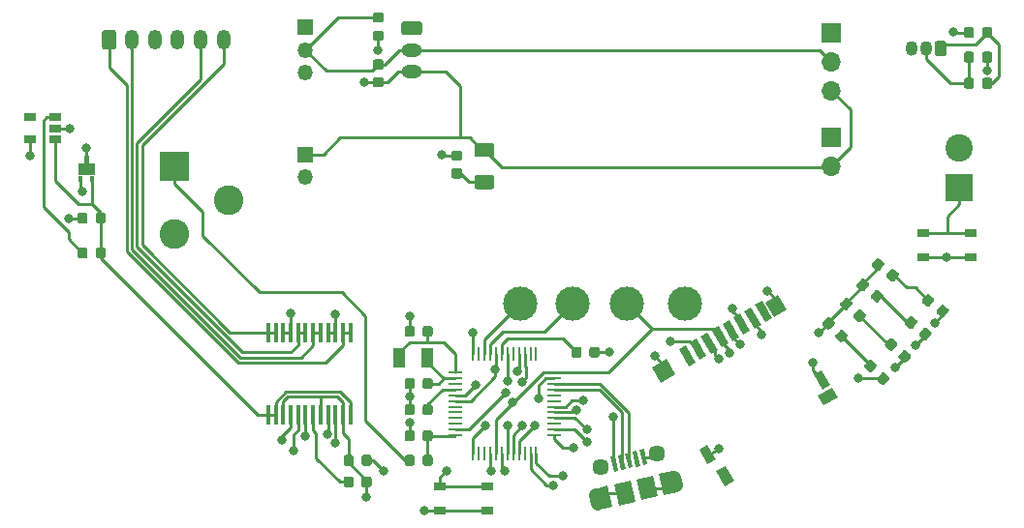
<source format=gbr>
G04 #@! TF.GenerationSoftware,KiCad,Pcbnew,(5.1.5-0-10_14)*
G04 #@! TF.CreationDate,2020-03-25T00:06:53-04:00*
G04 #@! TF.ProjectId,NUTS_PCB,4e555453-5f50-4434-922e-6b696361645f,rev?*
G04 #@! TF.SameCoordinates,Original*
G04 #@! TF.FileFunction,Copper,L1,Top*
G04 #@! TF.FilePolarity,Positive*
%FSLAX46Y46*%
G04 Gerber Fmt 4.6, Leading zero omitted, Abs format (unit mm)*
G04 Created by KiCad (PCBNEW (5.1.5-0-10_14)) date 2020-03-25 00:06:53*
%MOMM*%
%LPD*%
G04 APERTURE LIST*
%ADD10C,0.010000*%
%ADD11O,1.700000X1.700000*%
%ADD12R,1.700000X1.700000*%
%ADD13R,1.050000X0.650000*%
%ADD14C,2.400000*%
%ADD15R,2.400000X2.400000*%
%ADD16C,3.000000*%
%ADD17O,1.350000X1.350000*%
%ADD18R,1.350000X1.350000*%
%ADD19C,0.100000*%
%ADD20O,1.800000X1.200000*%
%ADD21R,0.310000X0.500000*%
%ADD22R,0.310000X0.650000*%
%ADD23R,1.000000X1.800000*%
%ADD24R,1.060000X0.650000*%
%ADD25R,0.250000X1.300000*%
%ADD26R,1.300000X0.250000*%
%ADD27O,1.050000X1.300000*%
%ADD28R,0.450000X1.750000*%
%ADD29O,1.200000X1.750000*%
%ADD30C,2.600000*%
%ADD31R,2.600000X2.600000*%
%ADD32C,1.200000*%
%ADD33C,1.450000*%
%ADD34C,0.800000*%
%ADD35C,0.250000*%
G04 APERTURE END LIST*
D10*
G36*
X32624000Y-40124000D02*
G01*
X32624000Y-39124000D01*
X33119000Y-39124000D01*
X33119000Y-38474000D01*
X33429000Y-38474000D01*
X33429000Y-39124000D01*
X33924000Y-39124000D01*
X33924000Y-40124000D01*
X32624000Y-40124000D01*
G37*
X32624000Y-40124000D02*
X32624000Y-39124000D01*
X33119000Y-39124000D01*
X33119000Y-38474000D01*
X33429000Y-38474000D01*
X33429000Y-39124000D01*
X33924000Y-39124000D01*
X33924000Y-40124000D01*
X32624000Y-40124000D01*
D11*
X98425000Y-39370000D03*
D12*
X98425000Y-36830000D03*
D11*
X98425000Y-32766000D03*
X98425000Y-30226000D03*
D12*
X98425000Y-27686000D03*
D13*
X106451400Y-45237400D03*
X110601400Y-45237400D03*
X106451400Y-47387400D03*
X110601400Y-47387400D03*
D14*
X109601000Y-37775000D03*
D15*
X109601000Y-41275000D03*
D16*
X85568000Y-51435000D03*
X80518000Y-51435000D03*
D17*
X52451000Y-40354000D03*
D18*
X52451000Y-38354000D03*
D17*
X52451000Y-31210000D03*
X52451000Y-29210000D03*
D18*
X52451000Y-27210000D03*
G04 #@! TA.AperFunction,SMDPad,CuDef*
D19*
G36*
X59078691Y-30043553D02*
G01*
X59099926Y-30046703D01*
X59120750Y-30051919D01*
X59140962Y-30059151D01*
X59160368Y-30068330D01*
X59178781Y-30079366D01*
X59196024Y-30092154D01*
X59211930Y-30106570D01*
X59226346Y-30122476D01*
X59239134Y-30139719D01*
X59250170Y-30158132D01*
X59259349Y-30177538D01*
X59266581Y-30197750D01*
X59271797Y-30218574D01*
X59274947Y-30239809D01*
X59276000Y-30261250D01*
X59276000Y-30698750D01*
X59274947Y-30720191D01*
X59271797Y-30741426D01*
X59266581Y-30762250D01*
X59259349Y-30782462D01*
X59250170Y-30801868D01*
X59239134Y-30820281D01*
X59226346Y-30837524D01*
X59211930Y-30853430D01*
X59196024Y-30867846D01*
X59178781Y-30880634D01*
X59160368Y-30891670D01*
X59140962Y-30900849D01*
X59120750Y-30908081D01*
X59099926Y-30913297D01*
X59078691Y-30916447D01*
X59057250Y-30917500D01*
X58544750Y-30917500D01*
X58523309Y-30916447D01*
X58502074Y-30913297D01*
X58481250Y-30908081D01*
X58461038Y-30900849D01*
X58441632Y-30891670D01*
X58423219Y-30880634D01*
X58405976Y-30867846D01*
X58390070Y-30853430D01*
X58375654Y-30837524D01*
X58362866Y-30820281D01*
X58351830Y-30801868D01*
X58342651Y-30782462D01*
X58335419Y-30762250D01*
X58330203Y-30741426D01*
X58327053Y-30720191D01*
X58326000Y-30698750D01*
X58326000Y-30261250D01*
X58327053Y-30239809D01*
X58330203Y-30218574D01*
X58335419Y-30197750D01*
X58342651Y-30177538D01*
X58351830Y-30158132D01*
X58362866Y-30139719D01*
X58375654Y-30122476D01*
X58390070Y-30106570D01*
X58405976Y-30092154D01*
X58423219Y-30079366D01*
X58441632Y-30068330D01*
X58461038Y-30059151D01*
X58481250Y-30051919D01*
X58502074Y-30046703D01*
X58523309Y-30043553D01*
X58544750Y-30042500D01*
X59057250Y-30042500D01*
X59078691Y-30043553D01*
G37*
G04 #@! TD.AperFunction*
G04 #@! TA.AperFunction,SMDPad,CuDef*
G36*
X59078691Y-31618553D02*
G01*
X59099926Y-31621703D01*
X59120750Y-31626919D01*
X59140962Y-31634151D01*
X59160368Y-31643330D01*
X59178781Y-31654366D01*
X59196024Y-31667154D01*
X59211930Y-31681570D01*
X59226346Y-31697476D01*
X59239134Y-31714719D01*
X59250170Y-31733132D01*
X59259349Y-31752538D01*
X59266581Y-31772750D01*
X59271797Y-31793574D01*
X59274947Y-31814809D01*
X59276000Y-31836250D01*
X59276000Y-32273750D01*
X59274947Y-32295191D01*
X59271797Y-32316426D01*
X59266581Y-32337250D01*
X59259349Y-32357462D01*
X59250170Y-32376868D01*
X59239134Y-32395281D01*
X59226346Y-32412524D01*
X59211930Y-32428430D01*
X59196024Y-32442846D01*
X59178781Y-32455634D01*
X59160368Y-32466670D01*
X59140962Y-32475849D01*
X59120750Y-32483081D01*
X59099926Y-32488297D01*
X59078691Y-32491447D01*
X59057250Y-32492500D01*
X58544750Y-32492500D01*
X58523309Y-32491447D01*
X58502074Y-32488297D01*
X58481250Y-32483081D01*
X58461038Y-32475849D01*
X58441632Y-32466670D01*
X58423219Y-32455634D01*
X58405976Y-32442846D01*
X58390070Y-32428430D01*
X58375654Y-32412524D01*
X58362866Y-32395281D01*
X58351830Y-32376868D01*
X58342651Y-32357462D01*
X58335419Y-32337250D01*
X58330203Y-32316426D01*
X58327053Y-32295191D01*
X58326000Y-32273750D01*
X58326000Y-31836250D01*
X58327053Y-31814809D01*
X58330203Y-31793574D01*
X58335419Y-31772750D01*
X58342651Y-31752538D01*
X58351830Y-31733132D01*
X58362866Y-31714719D01*
X58375654Y-31697476D01*
X58390070Y-31681570D01*
X58405976Y-31667154D01*
X58423219Y-31654366D01*
X58441632Y-31643330D01*
X58461038Y-31634151D01*
X58481250Y-31626919D01*
X58502074Y-31621703D01*
X58523309Y-31618553D01*
X58544750Y-31617500D01*
X59057250Y-31617500D01*
X59078691Y-31618553D01*
G37*
G04 #@! TD.AperFunction*
G04 #@! TA.AperFunction,SMDPad,CuDef*
G36*
X59078691Y-27529053D02*
G01*
X59099926Y-27532203D01*
X59120750Y-27537419D01*
X59140962Y-27544651D01*
X59160368Y-27553830D01*
X59178781Y-27564866D01*
X59196024Y-27577654D01*
X59211930Y-27592070D01*
X59226346Y-27607976D01*
X59239134Y-27625219D01*
X59250170Y-27643632D01*
X59259349Y-27663038D01*
X59266581Y-27683250D01*
X59271797Y-27704074D01*
X59274947Y-27725309D01*
X59276000Y-27746750D01*
X59276000Y-28184250D01*
X59274947Y-28205691D01*
X59271797Y-28226926D01*
X59266581Y-28247750D01*
X59259349Y-28267962D01*
X59250170Y-28287368D01*
X59239134Y-28305781D01*
X59226346Y-28323024D01*
X59211930Y-28338930D01*
X59196024Y-28353346D01*
X59178781Y-28366134D01*
X59160368Y-28377170D01*
X59140962Y-28386349D01*
X59120750Y-28393581D01*
X59099926Y-28398797D01*
X59078691Y-28401947D01*
X59057250Y-28403000D01*
X58544750Y-28403000D01*
X58523309Y-28401947D01*
X58502074Y-28398797D01*
X58481250Y-28393581D01*
X58461038Y-28386349D01*
X58441632Y-28377170D01*
X58423219Y-28366134D01*
X58405976Y-28353346D01*
X58390070Y-28338930D01*
X58375654Y-28323024D01*
X58362866Y-28305781D01*
X58351830Y-28287368D01*
X58342651Y-28267962D01*
X58335419Y-28247750D01*
X58330203Y-28226926D01*
X58327053Y-28205691D01*
X58326000Y-28184250D01*
X58326000Y-27746750D01*
X58327053Y-27725309D01*
X58330203Y-27704074D01*
X58335419Y-27683250D01*
X58342651Y-27663038D01*
X58351830Y-27643632D01*
X58362866Y-27625219D01*
X58375654Y-27607976D01*
X58390070Y-27592070D01*
X58405976Y-27577654D01*
X58423219Y-27564866D01*
X58441632Y-27553830D01*
X58461038Y-27544651D01*
X58481250Y-27537419D01*
X58502074Y-27532203D01*
X58523309Y-27529053D01*
X58544750Y-27528000D01*
X59057250Y-27528000D01*
X59078691Y-27529053D01*
G37*
G04 #@! TD.AperFunction*
G04 #@! TA.AperFunction,SMDPad,CuDef*
G36*
X59078691Y-25954053D02*
G01*
X59099926Y-25957203D01*
X59120750Y-25962419D01*
X59140962Y-25969651D01*
X59160368Y-25978830D01*
X59178781Y-25989866D01*
X59196024Y-26002654D01*
X59211930Y-26017070D01*
X59226346Y-26032976D01*
X59239134Y-26050219D01*
X59250170Y-26068632D01*
X59259349Y-26088038D01*
X59266581Y-26108250D01*
X59271797Y-26129074D01*
X59274947Y-26150309D01*
X59276000Y-26171750D01*
X59276000Y-26609250D01*
X59274947Y-26630691D01*
X59271797Y-26651926D01*
X59266581Y-26672750D01*
X59259349Y-26692962D01*
X59250170Y-26712368D01*
X59239134Y-26730781D01*
X59226346Y-26748024D01*
X59211930Y-26763930D01*
X59196024Y-26778346D01*
X59178781Y-26791134D01*
X59160368Y-26802170D01*
X59140962Y-26811349D01*
X59120750Y-26818581D01*
X59099926Y-26823797D01*
X59078691Y-26826947D01*
X59057250Y-26828000D01*
X58544750Y-26828000D01*
X58523309Y-26826947D01*
X58502074Y-26823797D01*
X58481250Y-26818581D01*
X58461038Y-26811349D01*
X58441632Y-26802170D01*
X58423219Y-26791134D01*
X58405976Y-26778346D01*
X58390070Y-26763930D01*
X58375654Y-26748024D01*
X58362866Y-26730781D01*
X58351830Y-26712368D01*
X58342651Y-26692962D01*
X58335419Y-26672750D01*
X58330203Y-26651926D01*
X58327053Y-26630691D01*
X58326000Y-26609250D01*
X58326000Y-26171750D01*
X58327053Y-26150309D01*
X58330203Y-26129074D01*
X58335419Y-26108250D01*
X58342651Y-26088038D01*
X58351830Y-26068632D01*
X58362866Y-26050219D01*
X58375654Y-26032976D01*
X58390070Y-26017070D01*
X58405976Y-26002654D01*
X58423219Y-25989866D01*
X58441632Y-25978830D01*
X58461038Y-25969651D01*
X58481250Y-25962419D01*
X58502074Y-25957203D01*
X58523309Y-25954053D01*
X58544750Y-25953000D01*
X59057250Y-25953000D01*
X59078691Y-25954053D01*
G37*
G04 #@! TD.AperFunction*
D20*
X61722000Y-31110000D03*
X61722000Y-29210000D03*
G04 #@! TA.AperFunction,ComponentPad*
D19*
G36*
X62396865Y-26711202D02*
G01*
X62421095Y-26714796D01*
X62444855Y-26720748D01*
X62467918Y-26729000D01*
X62490061Y-26739472D01*
X62511070Y-26752065D01*
X62530745Y-26766657D01*
X62548894Y-26783106D01*
X62565343Y-26801255D01*
X62579935Y-26820930D01*
X62592528Y-26841939D01*
X62603000Y-26864082D01*
X62611252Y-26887145D01*
X62617204Y-26910905D01*
X62620798Y-26935135D01*
X62622000Y-26959600D01*
X62622000Y-27660400D01*
X62620798Y-27684865D01*
X62617204Y-27709095D01*
X62611252Y-27732855D01*
X62603000Y-27755918D01*
X62592528Y-27778061D01*
X62579935Y-27799070D01*
X62565343Y-27818745D01*
X62548894Y-27836894D01*
X62530745Y-27853343D01*
X62511070Y-27867935D01*
X62490061Y-27880528D01*
X62467918Y-27891000D01*
X62444855Y-27899252D01*
X62421095Y-27905204D01*
X62396865Y-27908798D01*
X62372400Y-27910000D01*
X61071600Y-27910000D01*
X61047135Y-27908798D01*
X61022905Y-27905204D01*
X60999145Y-27899252D01*
X60976082Y-27891000D01*
X60953939Y-27880528D01*
X60932930Y-27867935D01*
X60913255Y-27853343D01*
X60895106Y-27836894D01*
X60878657Y-27818745D01*
X60864065Y-27799070D01*
X60851472Y-27778061D01*
X60841000Y-27755918D01*
X60832748Y-27732855D01*
X60826796Y-27709095D01*
X60823202Y-27684865D01*
X60822000Y-27660400D01*
X60822000Y-26959600D01*
X60823202Y-26935135D01*
X60826796Y-26910905D01*
X60832748Y-26887145D01*
X60841000Y-26864082D01*
X60851472Y-26841939D01*
X60864065Y-26820930D01*
X60878657Y-26801255D01*
X60895106Y-26783106D01*
X60913255Y-26766657D01*
X60932930Y-26752065D01*
X60953939Y-26739472D01*
X60976082Y-26729000D01*
X60999145Y-26720748D01*
X61022905Y-26714796D01*
X61047135Y-26711202D01*
X61071600Y-26710000D01*
X62372400Y-26710000D01*
X62396865Y-26711202D01*
G37*
G04 #@! TD.AperFunction*
G04 #@! TA.AperFunction,SMDPad,CuDef*
G36*
X65936691Y-38019053D02*
G01*
X65957926Y-38022203D01*
X65978750Y-38027419D01*
X65998962Y-38034651D01*
X66018368Y-38043830D01*
X66036781Y-38054866D01*
X66054024Y-38067654D01*
X66069930Y-38082070D01*
X66084346Y-38097976D01*
X66097134Y-38115219D01*
X66108170Y-38133632D01*
X66117349Y-38153038D01*
X66124581Y-38173250D01*
X66129797Y-38194074D01*
X66132947Y-38215309D01*
X66134000Y-38236750D01*
X66134000Y-38674250D01*
X66132947Y-38695691D01*
X66129797Y-38716926D01*
X66124581Y-38737750D01*
X66117349Y-38757962D01*
X66108170Y-38777368D01*
X66097134Y-38795781D01*
X66084346Y-38813024D01*
X66069930Y-38828930D01*
X66054024Y-38843346D01*
X66036781Y-38856134D01*
X66018368Y-38867170D01*
X65998962Y-38876349D01*
X65978750Y-38883581D01*
X65957926Y-38888797D01*
X65936691Y-38891947D01*
X65915250Y-38893000D01*
X65402750Y-38893000D01*
X65381309Y-38891947D01*
X65360074Y-38888797D01*
X65339250Y-38883581D01*
X65319038Y-38876349D01*
X65299632Y-38867170D01*
X65281219Y-38856134D01*
X65263976Y-38843346D01*
X65248070Y-38828930D01*
X65233654Y-38813024D01*
X65220866Y-38795781D01*
X65209830Y-38777368D01*
X65200651Y-38757962D01*
X65193419Y-38737750D01*
X65188203Y-38716926D01*
X65185053Y-38695691D01*
X65184000Y-38674250D01*
X65184000Y-38236750D01*
X65185053Y-38215309D01*
X65188203Y-38194074D01*
X65193419Y-38173250D01*
X65200651Y-38153038D01*
X65209830Y-38133632D01*
X65220866Y-38115219D01*
X65233654Y-38097976D01*
X65248070Y-38082070D01*
X65263976Y-38067654D01*
X65281219Y-38054866D01*
X65299632Y-38043830D01*
X65319038Y-38034651D01*
X65339250Y-38027419D01*
X65360074Y-38022203D01*
X65381309Y-38019053D01*
X65402750Y-38018000D01*
X65915250Y-38018000D01*
X65936691Y-38019053D01*
G37*
G04 #@! TD.AperFunction*
G04 #@! TA.AperFunction,SMDPad,CuDef*
G36*
X65936691Y-39594053D02*
G01*
X65957926Y-39597203D01*
X65978750Y-39602419D01*
X65998962Y-39609651D01*
X66018368Y-39618830D01*
X66036781Y-39629866D01*
X66054024Y-39642654D01*
X66069930Y-39657070D01*
X66084346Y-39672976D01*
X66097134Y-39690219D01*
X66108170Y-39708632D01*
X66117349Y-39728038D01*
X66124581Y-39748250D01*
X66129797Y-39769074D01*
X66132947Y-39790309D01*
X66134000Y-39811750D01*
X66134000Y-40249250D01*
X66132947Y-40270691D01*
X66129797Y-40291926D01*
X66124581Y-40312750D01*
X66117349Y-40332962D01*
X66108170Y-40352368D01*
X66097134Y-40370781D01*
X66084346Y-40388024D01*
X66069930Y-40403930D01*
X66054024Y-40418346D01*
X66036781Y-40431134D01*
X66018368Y-40442170D01*
X65998962Y-40451349D01*
X65978750Y-40458581D01*
X65957926Y-40463797D01*
X65936691Y-40466947D01*
X65915250Y-40468000D01*
X65402750Y-40468000D01*
X65381309Y-40466947D01*
X65360074Y-40463797D01*
X65339250Y-40458581D01*
X65319038Y-40451349D01*
X65299632Y-40442170D01*
X65281219Y-40431134D01*
X65263976Y-40418346D01*
X65248070Y-40403930D01*
X65233654Y-40388024D01*
X65220866Y-40370781D01*
X65209830Y-40352368D01*
X65200651Y-40332962D01*
X65193419Y-40312750D01*
X65188203Y-40291926D01*
X65185053Y-40270691D01*
X65184000Y-40249250D01*
X65184000Y-39811750D01*
X65185053Y-39790309D01*
X65188203Y-39769074D01*
X65193419Y-39748250D01*
X65200651Y-39728038D01*
X65209830Y-39708632D01*
X65220866Y-39690219D01*
X65233654Y-39672976D01*
X65248070Y-39657070D01*
X65263976Y-39642654D01*
X65281219Y-39629866D01*
X65299632Y-39618830D01*
X65319038Y-39609651D01*
X65339250Y-39602419D01*
X65360074Y-39597203D01*
X65381309Y-39594053D01*
X65402750Y-39593000D01*
X65915250Y-39593000D01*
X65936691Y-39594053D01*
G37*
G04 #@! TD.AperFunction*
G04 #@! TA.AperFunction,SMDPad,CuDef*
G36*
X68721504Y-37349204D02*
G01*
X68745773Y-37352804D01*
X68769571Y-37358765D01*
X68792671Y-37367030D01*
X68814849Y-37377520D01*
X68835893Y-37390133D01*
X68855598Y-37404747D01*
X68873777Y-37421223D01*
X68890253Y-37439402D01*
X68904867Y-37459107D01*
X68917480Y-37480151D01*
X68927970Y-37502329D01*
X68936235Y-37525429D01*
X68942196Y-37549227D01*
X68945796Y-37573496D01*
X68947000Y-37598000D01*
X68947000Y-38348000D01*
X68945796Y-38372504D01*
X68942196Y-38396773D01*
X68936235Y-38420571D01*
X68927970Y-38443671D01*
X68917480Y-38465849D01*
X68904867Y-38486893D01*
X68890253Y-38506598D01*
X68873777Y-38524777D01*
X68855598Y-38541253D01*
X68835893Y-38555867D01*
X68814849Y-38568480D01*
X68792671Y-38578970D01*
X68769571Y-38587235D01*
X68745773Y-38593196D01*
X68721504Y-38596796D01*
X68697000Y-38598000D01*
X67447000Y-38598000D01*
X67422496Y-38596796D01*
X67398227Y-38593196D01*
X67374429Y-38587235D01*
X67351329Y-38578970D01*
X67329151Y-38568480D01*
X67308107Y-38555867D01*
X67288402Y-38541253D01*
X67270223Y-38524777D01*
X67253747Y-38506598D01*
X67239133Y-38486893D01*
X67226520Y-38465849D01*
X67216030Y-38443671D01*
X67207765Y-38420571D01*
X67201804Y-38396773D01*
X67198204Y-38372504D01*
X67197000Y-38348000D01*
X67197000Y-37598000D01*
X67198204Y-37573496D01*
X67201804Y-37549227D01*
X67207765Y-37525429D01*
X67216030Y-37502329D01*
X67226520Y-37480151D01*
X67239133Y-37459107D01*
X67253747Y-37439402D01*
X67270223Y-37421223D01*
X67288402Y-37404747D01*
X67308107Y-37390133D01*
X67329151Y-37377520D01*
X67351329Y-37367030D01*
X67374429Y-37358765D01*
X67398227Y-37352804D01*
X67422496Y-37349204D01*
X67447000Y-37348000D01*
X68697000Y-37348000D01*
X68721504Y-37349204D01*
G37*
G04 #@! TD.AperFunction*
G04 #@! TA.AperFunction,SMDPad,CuDef*
G36*
X68721504Y-40149204D02*
G01*
X68745773Y-40152804D01*
X68769571Y-40158765D01*
X68792671Y-40167030D01*
X68814849Y-40177520D01*
X68835893Y-40190133D01*
X68855598Y-40204747D01*
X68873777Y-40221223D01*
X68890253Y-40239402D01*
X68904867Y-40259107D01*
X68917480Y-40280151D01*
X68927970Y-40302329D01*
X68936235Y-40325429D01*
X68942196Y-40349227D01*
X68945796Y-40373496D01*
X68947000Y-40398000D01*
X68947000Y-41148000D01*
X68945796Y-41172504D01*
X68942196Y-41196773D01*
X68936235Y-41220571D01*
X68927970Y-41243671D01*
X68917480Y-41265849D01*
X68904867Y-41286893D01*
X68890253Y-41306598D01*
X68873777Y-41324777D01*
X68855598Y-41341253D01*
X68835893Y-41355867D01*
X68814849Y-41368480D01*
X68792671Y-41378970D01*
X68769571Y-41387235D01*
X68745773Y-41393196D01*
X68721504Y-41396796D01*
X68697000Y-41398000D01*
X67447000Y-41398000D01*
X67422496Y-41396796D01*
X67398227Y-41393196D01*
X67374429Y-41387235D01*
X67351329Y-41378970D01*
X67329151Y-41368480D01*
X67308107Y-41355867D01*
X67288402Y-41341253D01*
X67270223Y-41324777D01*
X67253747Y-41306598D01*
X67239133Y-41286893D01*
X67226520Y-41265849D01*
X67216030Y-41243671D01*
X67207765Y-41220571D01*
X67201804Y-41196773D01*
X67198204Y-41172504D01*
X67197000Y-41148000D01*
X67197000Y-40398000D01*
X67198204Y-40373496D01*
X67201804Y-40349227D01*
X67207765Y-40325429D01*
X67216030Y-40302329D01*
X67226520Y-40280151D01*
X67239133Y-40259107D01*
X67253747Y-40239402D01*
X67270223Y-40221223D01*
X67288402Y-40204747D01*
X67308107Y-40190133D01*
X67329151Y-40177520D01*
X67351329Y-40167030D01*
X67374429Y-40158765D01*
X67398227Y-40152804D01*
X67422496Y-40149204D01*
X67447000Y-40148000D01*
X68697000Y-40148000D01*
X68721504Y-40149204D01*
G37*
G04 #@! TD.AperFunction*
D13*
X64176000Y-67437000D03*
X68326000Y-67437000D03*
X64176000Y-69587000D03*
X68326000Y-69587000D03*
D16*
X75819000Y-51435000D03*
X71247000Y-51435000D03*
D21*
X33774000Y-40524000D03*
D22*
X33274000Y-38799000D03*
D21*
X32774000Y-40524000D03*
D23*
X63119000Y-56134000D03*
X60619000Y-56134000D03*
D24*
X28407000Y-37018000D03*
X28407000Y-35118000D03*
X30607000Y-35118000D03*
X30607000Y-36068000D03*
X30607000Y-37018000D03*
D25*
X67100000Y-55848000D03*
X67600000Y-55848000D03*
X68100000Y-55848000D03*
X68600000Y-55848000D03*
X69100000Y-55848000D03*
X69600000Y-55848000D03*
X70100000Y-55848000D03*
X70600000Y-55848000D03*
X71100000Y-55848000D03*
X71600000Y-55848000D03*
X72100000Y-55848000D03*
X72600000Y-55848000D03*
D26*
X74200000Y-57448000D03*
X74200000Y-57948000D03*
X74200000Y-58448000D03*
X74200000Y-58948000D03*
X74200000Y-59448000D03*
X74200000Y-59948000D03*
X74200000Y-60448000D03*
X74200000Y-60948000D03*
X74200000Y-61448000D03*
X74200000Y-61948000D03*
X74200000Y-62448000D03*
X74200000Y-62948000D03*
D25*
X72600000Y-64548000D03*
X72100000Y-64548000D03*
X71600000Y-64548000D03*
X71100000Y-64548000D03*
X70600000Y-64548000D03*
X70100000Y-64548000D03*
X69600000Y-64548000D03*
X69100000Y-64548000D03*
X68600000Y-64548000D03*
X68100000Y-64548000D03*
X67600000Y-64548000D03*
X67100000Y-64548000D03*
D26*
X65500000Y-62948000D03*
X65500000Y-62448000D03*
X65500000Y-61948000D03*
X65500000Y-61448000D03*
X65500000Y-60948000D03*
X65500000Y-60448000D03*
X65500000Y-59948000D03*
X65500000Y-59448000D03*
X65500000Y-58948000D03*
X65500000Y-58448000D03*
X65500000Y-57948000D03*
X65500000Y-57448000D03*
G04 #@! TA.AperFunction,ComponentPad*
D19*
G36*
X108249594Y-28434203D02*
G01*
X108273853Y-28437802D01*
X108297642Y-28443761D01*
X108320733Y-28452023D01*
X108342902Y-28462508D01*
X108363937Y-28475116D01*
X108383635Y-28489725D01*
X108401806Y-28506194D01*
X108418275Y-28524365D01*
X108432884Y-28544063D01*
X108445492Y-28565098D01*
X108455977Y-28587267D01*
X108464239Y-28610358D01*
X108470198Y-28634147D01*
X108473797Y-28658406D01*
X108475000Y-28682900D01*
X108475000Y-29483100D01*
X108473797Y-29507594D01*
X108470198Y-29531853D01*
X108464239Y-29555642D01*
X108455977Y-29578733D01*
X108445492Y-29600902D01*
X108432884Y-29621937D01*
X108418275Y-29641635D01*
X108401806Y-29659806D01*
X108383635Y-29676275D01*
X108363937Y-29690884D01*
X108342902Y-29703492D01*
X108320733Y-29713977D01*
X108297642Y-29722239D01*
X108273853Y-29728198D01*
X108249594Y-29731797D01*
X108225100Y-29733000D01*
X107674900Y-29733000D01*
X107650406Y-29731797D01*
X107626147Y-29728198D01*
X107602358Y-29722239D01*
X107579267Y-29713977D01*
X107557098Y-29703492D01*
X107536063Y-29690884D01*
X107516365Y-29676275D01*
X107498194Y-29659806D01*
X107481725Y-29641635D01*
X107467116Y-29621937D01*
X107454508Y-29600902D01*
X107444023Y-29578733D01*
X107435761Y-29555642D01*
X107429802Y-29531853D01*
X107426203Y-29507594D01*
X107425000Y-29483100D01*
X107425000Y-28682900D01*
X107426203Y-28658406D01*
X107429802Y-28634147D01*
X107435761Y-28610358D01*
X107444023Y-28587267D01*
X107454508Y-28565098D01*
X107467116Y-28544063D01*
X107481725Y-28524365D01*
X107498194Y-28506194D01*
X107516365Y-28489725D01*
X107536063Y-28475116D01*
X107557098Y-28462508D01*
X107579267Y-28452023D01*
X107602358Y-28443761D01*
X107626147Y-28437802D01*
X107650406Y-28434203D01*
X107674900Y-28433000D01*
X108225100Y-28433000D01*
X108249594Y-28434203D01*
G37*
G04 #@! TD.AperFunction*
D27*
X105410000Y-29083000D03*
X106680000Y-29083000D03*
D28*
X56356200Y-61156400D03*
X55706200Y-61156400D03*
X55056200Y-61156400D03*
X54406200Y-61156400D03*
X53756200Y-61156400D03*
X53106200Y-61156400D03*
X52456200Y-61156400D03*
X51806200Y-61156400D03*
X51156200Y-61156400D03*
X50506200Y-61156400D03*
X49856200Y-61156400D03*
X49206200Y-61156400D03*
X49206200Y-53956400D03*
X49856200Y-53956400D03*
X50506200Y-53956400D03*
X51156200Y-53956400D03*
X51806200Y-53956400D03*
X52456200Y-53956400D03*
X53106200Y-53956400D03*
X53756200Y-53956400D03*
X54406200Y-53956400D03*
X55056200Y-53956400D03*
X55706200Y-53956400D03*
X56356200Y-53956400D03*
G04 #@! TA.AperFunction,SMDPad,CuDef*
D19*
G36*
X102488417Y-47467462D02*
G01*
X102509512Y-47471443D01*
X102530115Y-47477473D01*
X102550028Y-47485493D01*
X102569058Y-47495426D01*
X102587024Y-47507177D01*
X102940968Y-47764333D01*
X102957695Y-47777788D01*
X102973023Y-47792818D01*
X102986804Y-47809277D01*
X102998905Y-47827009D01*
X103009210Y-47845841D01*
X103017619Y-47865592D01*
X103024052Y-47886073D01*
X103028447Y-47907085D01*
X103030761Y-47928427D01*
X103030971Y-47949893D01*
X103029077Y-47971277D01*
X103025096Y-47992371D01*
X103019066Y-48012974D01*
X103011046Y-48032887D01*
X103001113Y-48051918D01*
X102989363Y-48069883D01*
X102688123Y-48484505D01*
X102674668Y-48501232D01*
X102659638Y-48516560D01*
X102643178Y-48530341D01*
X102625447Y-48542442D01*
X102606615Y-48552747D01*
X102586863Y-48561156D01*
X102566383Y-48567589D01*
X102545370Y-48571984D01*
X102524028Y-48574298D01*
X102502562Y-48574508D01*
X102481179Y-48572614D01*
X102460084Y-48568633D01*
X102439481Y-48562603D01*
X102419568Y-48554583D01*
X102400538Y-48544650D01*
X102382572Y-48532899D01*
X102028628Y-48275743D01*
X102011901Y-48262288D01*
X101996573Y-48247258D01*
X101982792Y-48230799D01*
X101970691Y-48213067D01*
X101960386Y-48194235D01*
X101951977Y-48174484D01*
X101945544Y-48154003D01*
X101941149Y-48132991D01*
X101938835Y-48111649D01*
X101938625Y-48090183D01*
X101940519Y-48068799D01*
X101944500Y-48047705D01*
X101950530Y-48027102D01*
X101958550Y-48007189D01*
X101968483Y-47988158D01*
X101980233Y-47970193D01*
X102281473Y-47555571D01*
X102294928Y-47538844D01*
X102309958Y-47523516D01*
X102326418Y-47509735D01*
X102344149Y-47497634D01*
X102362981Y-47487329D01*
X102382733Y-47478920D01*
X102403213Y-47472487D01*
X102424226Y-47468092D01*
X102445568Y-47465778D01*
X102467034Y-47465568D01*
X102488417Y-47467462D01*
G37*
G04 #@! TD.AperFunction*
G04 #@! TA.AperFunction,SMDPad,CuDef*
G36*
X103762619Y-48393224D02*
G01*
X103783714Y-48397205D01*
X103804317Y-48403235D01*
X103824230Y-48411255D01*
X103843260Y-48421188D01*
X103861226Y-48432939D01*
X104215170Y-48690095D01*
X104231897Y-48703550D01*
X104247225Y-48718580D01*
X104261006Y-48735039D01*
X104273107Y-48752771D01*
X104283412Y-48771603D01*
X104291821Y-48791354D01*
X104298254Y-48811835D01*
X104302649Y-48832847D01*
X104304963Y-48854189D01*
X104305173Y-48875655D01*
X104303279Y-48897039D01*
X104299298Y-48918133D01*
X104293268Y-48938736D01*
X104285248Y-48958649D01*
X104275315Y-48977680D01*
X104263565Y-48995645D01*
X103962325Y-49410267D01*
X103948870Y-49426994D01*
X103933840Y-49442322D01*
X103917380Y-49456103D01*
X103899649Y-49468204D01*
X103880817Y-49478509D01*
X103861065Y-49486918D01*
X103840585Y-49493351D01*
X103819572Y-49497746D01*
X103798230Y-49500060D01*
X103776764Y-49500270D01*
X103755381Y-49498376D01*
X103734286Y-49494395D01*
X103713683Y-49488365D01*
X103693770Y-49480345D01*
X103674740Y-49470412D01*
X103656774Y-49458661D01*
X103302830Y-49201505D01*
X103286103Y-49188050D01*
X103270775Y-49173020D01*
X103256994Y-49156561D01*
X103244893Y-49138829D01*
X103234588Y-49119997D01*
X103226179Y-49100246D01*
X103219746Y-49079765D01*
X103215351Y-49058753D01*
X103213037Y-49037411D01*
X103212827Y-49015945D01*
X103214721Y-48994561D01*
X103218702Y-48973467D01*
X103224732Y-48952864D01*
X103232752Y-48932951D01*
X103242685Y-48913920D01*
X103254435Y-48895955D01*
X103555675Y-48481333D01*
X103569130Y-48464606D01*
X103584160Y-48449278D01*
X103600620Y-48435497D01*
X103618351Y-48423396D01*
X103637183Y-48413091D01*
X103656935Y-48404682D01*
X103677415Y-48398249D01*
X103698428Y-48393854D01*
X103719770Y-48391540D01*
X103741236Y-48391330D01*
X103762619Y-48393224D01*
G37*
G04 #@! TD.AperFunction*
G04 #@! TA.AperFunction,SMDPad,CuDef*
G36*
X101174675Y-49228781D02*
G01*
X101195930Y-49231792D01*
X101216788Y-49236871D01*
X101237047Y-49243971D01*
X101256512Y-49253022D01*
X101274997Y-49263938D01*
X101292323Y-49276612D01*
X101632324Y-49551939D01*
X101648324Y-49566251D01*
X101662844Y-49582063D01*
X101675745Y-49599221D01*
X101686901Y-49617561D01*
X101696206Y-49636907D01*
X101703571Y-49657071D01*
X101708923Y-49677861D01*
X101712212Y-49699074D01*
X101713405Y-49720508D01*
X101712492Y-49741956D01*
X101709482Y-49763211D01*
X101704402Y-49784068D01*
X101697302Y-49804327D01*
X101688251Y-49823793D01*
X101677336Y-49842278D01*
X101664661Y-49859604D01*
X101342134Y-50257891D01*
X101327822Y-50273891D01*
X101312010Y-50288411D01*
X101294852Y-50301312D01*
X101276511Y-50312468D01*
X101257166Y-50321773D01*
X101237001Y-50329138D01*
X101216212Y-50334490D01*
X101194998Y-50337779D01*
X101173565Y-50338972D01*
X101152117Y-50338059D01*
X101130862Y-50335048D01*
X101110004Y-50329969D01*
X101089745Y-50322869D01*
X101070280Y-50313818D01*
X101051795Y-50302902D01*
X101034469Y-50290228D01*
X100694468Y-50014901D01*
X100678468Y-50000589D01*
X100663948Y-49984777D01*
X100651047Y-49967619D01*
X100639891Y-49949279D01*
X100630586Y-49929933D01*
X100623221Y-49909769D01*
X100617869Y-49888979D01*
X100614580Y-49867766D01*
X100613387Y-49846332D01*
X100614300Y-49824884D01*
X100617310Y-49803629D01*
X100622390Y-49782772D01*
X100629490Y-49762513D01*
X100638541Y-49743047D01*
X100649456Y-49724562D01*
X100662131Y-49707236D01*
X100984658Y-49308949D01*
X100998970Y-49292949D01*
X101014782Y-49278429D01*
X101031940Y-49265528D01*
X101050281Y-49254372D01*
X101069626Y-49245067D01*
X101089791Y-49237702D01*
X101110580Y-49232350D01*
X101131794Y-49229061D01*
X101153227Y-49227868D01*
X101174675Y-49228781D01*
G37*
G04 #@! TD.AperFunction*
G04 #@! TA.AperFunction,SMDPad,CuDef*
G36*
X102398679Y-50219961D02*
G01*
X102419934Y-50222972D01*
X102440792Y-50228051D01*
X102461051Y-50235151D01*
X102480516Y-50244202D01*
X102499001Y-50255118D01*
X102516327Y-50267792D01*
X102856328Y-50543119D01*
X102872328Y-50557431D01*
X102886848Y-50573243D01*
X102899749Y-50590401D01*
X102910905Y-50608741D01*
X102920210Y-50628087D01*
X102927575Y-50648251D01*
X102932927Y-50669041D01*
X102936216Y-50690254D01*
X102937409Y-50711688D01*
X102936496Y-50733136D01*
X102933486Y-50754391D01*
X102928406Y-50775248D01*
X102921306Y-50795507D01*
X102912255Y-50814973D01*
X102901340Y-50833458D01*
X102888665Y-50850784D01*
X102566138Y-51249071D01*
X102551826Y-51265071D01*
X102536014Y-51279591D01*
X102518856Y-51292492D01*
X102500515Y-51303648D01*
X102481170Y-51312953D01*
X102461005Y-51320318D01*
X102440216Y-51325670D01*
X102419002Y-51328959D01*
X102397569Y-51330152D01*
X102376121Y-51329239D01*
X102354866Y-51326228D01*
X102334008Y-51321149D01*
X102313749Y-51314049D01*
X102294284Y-51304998D01*
X102275799Y-51294082D01*
X102258473Y-51281408D01*
X101918472Y-51006081D01*
X101902472Y-50991769D01*
X101887952Y-50975957D01*
X101875051Y-50958799D01*
X101863895Y-50940459D01*
X101854590Y-50921113D01*
X101847225Y-50900949D01*
X101841873Y-50880159D01*
X101838584Y-50858946D01*
X101837391Y-50837512D01*
X101838304Y-50816064D01*
X101841314Y-50794809D01*
X101846394Y-50773952D01*
X101853494Y-50753693D01*
X101862545Y-50734227D01*
X101873460Y-50715742D01*
X101886135Y-50698416D01*
X102208662Y-50300129D01*
X102222974Y-50284129D01*
X102238786Y-50269609D01*
X102255944Y-50256708D01*
X102274285Y-50245552D01*
X102293630Y-50236247D01*
X102313795Y-50228882D01*
X102334584Y-50223530D01*
X102355798Y-50220241D01*
X102377231Y-50219048D01*
X102398679Y-50219961D01*
G37*
G04 #@! TD.AperFunction*
G04 #@! TA.AperFunction,SMDPad,CuDef*
G36*
X58025191Y-66556653D02*
G01*
X58046426Y-66559803D01*
X58067250Y-66565019D01*
X58087462Y-66572251D01*
X58106868Y-66581430D01*
X58125281Y-66592466D01*
X58142524Y-66605254D01*
X58158430Y-66619670D01*
X58172846Y-66635576D01*
X58185634Y-66652819D01*
X58196670Y-66671232D01*
X58205849Y-66690638D01*
X58213081Y-66710850D01*
X58218297Y-66731674D01*
X58221447Y-66752909D01*
X58222500Y-66774350D01*
X58222500Y-67286850D01*
X58221447Y-67308291D01*
X58218297Y-67329526D01*
X58213081Y-67350350D01*
X58205849Y-67370562D01*
X58196670Y-67389968D01*
X58185634Y-67408381D01*
X58172846Y-67425624D01*
X58158430Y-67441530D01*
X58142524Y-67455946D01*
X58125281Y-67468734D01*
X58106868Y-67479770D01*
X58087462Y-67488949D01*
X58067250Y-67496181D01*
X58046426Y-67501397D01*
X58025191Y-67504547D01*
X58003750Y-67505600D01*
X57566250Y-67505600D01*
X57544809Y-67504547D01*
X57523574Y-67501397D01*
X57502750Y-67496181D01*
X57482538Y-67488949D01*
X57463132Y-67479770D01*
X57444719Y-67468734D01*
X57427476Y-67455946D01*
X57411570Y-67441530D01*
X57397154Y-67425624D01*
X57384366Y-67408381D01*
X57373330Y-67389968D01*
X57364151Y-67370562D01*
X57356919Y-67350350D01*
X57351703Y-67329526D01*
X57348553Y-67308291D01*
X57347500Y-67286850D01*
X57347500Y-66774350D01*
X57348553Y-66752909D01*
X57351703Y-66731674D01*
X57356919Y-66710850D01*
X57364151Y-66690638D01*
X57373330Y-66671232D01*
X57384366Y-66652819D01*
X57397154Y-66635576D01*
X57411570Y-66619670D01*
X57427476Y-66605254D01*
X57444719Y-66592466D01*
X57463132Y-66581430D01*
X57482538Y-66572251D01*
X57502750Y-66565019D01*
X57523574Y-66559803D01*
X57544809Y-66556653D01*
X57566250Y-66555600D01*
X58003750Y-66555600D01*
X58025191Y-66556653D01*
G37*
G04 #@! TD.AperFunction*
G04 #@! TA.AperFunction,SMDPad,CuDef*
G36*
X56450191Y-66556653D02*
G01*
X56471426Y-66559803D01*
X56492250Y-66565019D01*
X56512462Y-66572251D01*
X56531868Y-66581430D01*
X56550281Y-66592466D01*
X56567524Y-66605254D01*
X56583430Y-66619670D01*
X56597846Y-66635576D01*
X56610634Y-66652819D01*
X56621670Y-66671232D01*
X56630849Y-66690638D01*
X56638081Y-66710850D01*
X56643297Y-66731674D01*
X56646447Y-66752909D01*
X56647500Y-66774350D01*
X56647500Y-67286850D01*
X56646447Y-67308291D01*
X56643297Y-67329526D01*
X56638081Y-67350350D01*
X56630849Y-67370562D01*
X56621670Y-67389968D01*
X56610634Y-67408381D01*
X56597846Y-67425624D01*
X56583430Y-67441530D01*
X56567524Y-67455946D01*
X56550281Y-67468734D01*
X56531868Y-67479770D01*
X56512462Y-67488949D01*
X56492250Y-67496181D01*
X56471426Y-67501397D01*
X56450191Y-67504547D01*
X56428750Y-67505600D01*
X55991250Y-67505600D01*
X55969809Y-67504547D01*
X55948574Y-67501397D01*
X55927750Y-67496181D01*
X55907538Y-67488949D01*
X55888132Y-67479770D01*
X55869719Y-67468734D01*
X55852476Y-67455946D01*
X55836570Y-67441530D01*
X55822154Y-67425624D01*
X55809366Y-67408381D01*
X55798330Y-67389968D01*
X55789151Y-67370562D01*
X55781919Y-67350350D01*
X55776703Y-67329526D01*
X55773553Y-67308291D01*
X55772500Y-67286850D01*
X55772500Y-66774350D01*
X55773553Y-66752909D01*
X55776703Y-66731674D01*
X55781919Y-66710850D01*
X55789151Y-66690638D01*
X55798330Y-66671232D01*
X55809366Y-66652819D01*
X55822154Y-66635576D01*
X55836570Y-66619670D01*
X55852476Y-66605254D01*
X55869719Y-66592466D01*
X55888132Y-66581430D01*
X55907538Y-66572251D01*
X55927750Y-66565019D01*
X55948574Y-66559803D01*
X55969809Y-66556653D01*
X55991250Y-66555600D01*
X56428750Y-66555600D01*
X56450191Y-66556653D01*
G37*
G04 #@! TD.AperFunction*
G04 #@! TA.AperFunction,SMDPad,CuDef*
G36*
X110679191Y-31657053D02*
G01*
X110700426Y-31660203D01*
X110721250Y-31665419D01*
X110741462Y-31672651D01*
X110760868Y-31681830D01*
X110779281Y-31692866D01*
X110796524Y-31705654D01*
X110812430Y-31720070D01*
X110826846Y-31735976D01*
X110839634Y-31753219D01*
X110850670Y-31771632D01*
X110859849Y-31791038D01*
X110867081Y-31811250D01*
X110872297Y-31832074D01*
X110875447Y-31853309D01*
X110876500Y-31874750D01*
X110876500Y-32387250D01*
X110875447Y-32408691D01*
X110872297Y-32429926D01*
X110867081Y-32450750D01*
X110859849Y-32470962D01*
X110850670Y-32490368D01*
X110839634Y-32508781D01*
X110826846Y-32526024D01*
X110812430Y-32541930D01*
X110796524Y-32556346D01*
X110779281Y-32569134D01*
X110760868Y-32580170D01*
X110741462Y-32589349D01*
X110721250Y-32596581D01*
X110700426Y-32601797D01*
X110679191Y-32604947D01*
X110657750Y-32606000D01*
X110220250Y-32606000D01*
X110198809Y-32604947D01*
X110177574Y-32601797D01*
X110156750Y-32596581D01*
X110136538Y-32589349D01*
X110117132Y-32580170D01*
X110098719Y-32569134D01*
X110081476Y-32556346D01*
X110065570Y-32541930D01*
X110051154Y-32526024D01*
X110038366Y-32508781D01*
X110027330Y-32490368D01*
X110018151Y-32470962D01*
X110010919Y-32450750D01*
X110005703Y-32429926D01*
X110002553Y-32408691D01*
X110001500Y-32387250D01*
X110001500Y-31874750D01*
X110002553Y-31853309D01*
X110005703Y-31832074D01*
X110010919Y-31811250D01*
X110018151Y-31791038D01*
X110027330Y-31771632D01*
X110038366Y-31753219D01*
X110051154Y-31735976D01*
X110065570Y-31720070D01*
X110081476Y-31705654D01*
X110098719Y-31692866D01*
X110117132Y-31681830D01*
X110136538Y-31672651D01*
X110156750Y-31665419D01*
X110177574Y-31660203D01*
X110198809Y-31657053D01*
X110220250Y-31656000D01*
X110657750Y-31656000D01*
X110679191Y-31657053D01*
G37*
G04 #@! TD.AperFunction*
G04 #@! TA.AperFunction,SMDPad,CuDef*
G36*
X112254191Y-31657053D02*
G01*
X112275426Y-31660203D01*
X112296250Y-31665419D01*
X112316462Y-31672651D01*
X112335868Y-31681830D01*
X112354281Y-31692866D01*
X112371524Y-31705654D01*
X112387430Y-31720070D01*
X112401846Y-31735976D01*
X112414634Y-31753219D01*
X112425670Y-31771632D01*
X112434849Y-31791038D01*
X112442081Y-31811250D01*
X112447297Y-31832074D01*
X112450447Y-31853309D01*
X112451500Y-31874750D01*
X112451500Y-32387250D01*
X112450447Y-32408691D01*
X112447297Y-32429926D01*
X112442081Y-32450750D01*
X112434849Y-32470962D01*
X112425670Y-32490368D01*
X112414634Y-32508781D01*
X112401846Y-32526024D01*
X112387430Y-32541930D01*
X112371524Y-32556346D01*
X112354281Y-32569134D01*
X112335868Y-32580170D01*
X112316462Y-32589349D01*
X112296250Y-32596581D01*
X112275426Y-32601797D01*
X112254191Y-32604947D01*
X112232750Y-32606000D01*
X111795250Y-32606000D01*
X111773809Y-32604947D01*
X111752574Y-32601797D01*
X111731750Y-32596581D01*
X111711538Y-32589349D01*
X111692132Y-32580170D01*
X111673719Y-32569134D01*
X111656476Y-32556346D01*
X111640570Y-32541930D01*
X111626154Y-32526024D01*
X111613366Y-32508781D01*
X111602330Y-32490368D01*
X111593151Y-32470962D01*
X111585919Y-32450750D01*
X111580703Y-32429926D01*
X111577553Y-32408691D01*
X111576500Y-32387250D01*
X111576500Y-31874750D01*
X111577553Y-31853309D01*
X111580703Y-31832074D01*
X111585919Y-31811250D01*
X111593151Y-31791038D01*
X111602330Y-31771632D01*
X111613366Y-31753219D01*
X111626154Y-31735976D01*
X111640570Y-31720070D01*
X111656476Y-31705654D01*
X111673719Y-31692866D01*
X111692132Y-31681830D01*
X111711538Y-31672651D01*
X111731750Y-31665419D01*
X111752574Y-31660203D01*
X111773809Y-31657053D01*
X111795250Y-31656000D01*
X112232750Y-31656000D01*
X112254191Y-31657053D01*
G37*
G04 #@! TD.AperFunction*
G04 #@! TA.AperFunction,SMDPad,CuDef*
G36*
X99733237Y-50894631D02*
G01*
X99754305Y-50898750D01*
X99774868Y-50904914D01*
X99794728Y-50913064D01*
X99813693Y-50923122D01*
X99831582Y-50934990D01*
X99848220Y-50948554D01*
X100173346Y-51241298D01*
X100188575Y-51256428D01*
X100202248Y-51272977D01*
X100214233Y-51290787D01*
X100224414Y-51309686D01*
X100232694Y-51329492D01*
X100238993Y-51350015D01*
X100243250Y-51371055D01*
X100245424Y-51392412D01*
X100245494Y-51413879D01*
X100243460Y-51435250D01*
X100239341Y-51456318D01*
X100233177Y-51476881D01*
X100225027Y-51496741D01*
X100214969Y-51515706D01*
X100203101Y-51533594D01*
X100189537Y-51550233D01*
X99846607Y-51931095D01*
X99831477Y-51946325D01*
X99814927Y-51959997D01*
X99797117Y-51971982D01*
X99778218Y-51982164D01*
X99758412Y-51990444D01*
X99737890Y-51996742D01*
X99716849Y-52000999D01*
X99695492Y-52003173D01*
X99674025Y-52003243D01*
X99652655Y-52001209D01*
X99631587Y-51997090D01*
X99611024Y-51990926D01*
X99591164Y-51982776D01*
X99572199Y-51972718D01*
X99554310Y-51960850D01*
X99537672Y-51947286D01*
X99212546Y-51654542D01*
X99197317Y-51639412D01*
X99183644Y-51622863D01*
X99171659Y-51605053D01*
X99161478Y-51586154D01*
X99153198Y-51566348D01*
X99146899Y-51545825D01*
X99142642Y-51524785D01*
X99140468Y-51503428D01*
X99140398Y-51481961D01*
X99142432Y-51460590D01*
X99146551Y-51439522D01*
X99152715Y-51418959D01*
X99160865Y-51399099D01*
X99170923Y-51380134D01*
X99182791Y-51362246D01*
X99196355Y-51345607D01*
X99539285Y-50964745D01*
X99554415Y-50949515D01*
X99570965Y-50935843D01*
X99588775Y-50923858D01*
X99607674Y-50913676D01*
X99627480Y-50905396D01*
X99648002Y-50899098D01*
X99669043Y-50894841D01*
X99690400Y-50892667D01*
X99711867Y-50892597D01*
X99733237Y-50894631D01*
G37*
G04 #@! TD.AperFunction*
G04 #@! TA.AperFunction,SMDPad,CuDef*
G36*
X100903691Y-51948511D02*
G01*
X100924759Y-51952630D01*
X100945322Y-51958794D01*
X100965182Y-51966944D01*
X100984147Y-51977002D01*
X101002036Y-51988870D01*
X101018674Y-52002434D01*
X101343800Y-52295178D01*
X101359029Y-52310308D01*
X101372702Y-52326857D01*
X101384687Y-52344667D01*
X101394868Y-52363566D01*
X101403148Y-52383372D01*
X101409447Y-52403895D01*
X101413704Y-52424935D01*
X101415878Y-52446292D01*
X101415948Y-52467759D01*
X101413914Y-52489130D01*
X101409795Y-52510198D01*
X101403631Y-52530761D01*
X101395481Y-52550621D01*
X101385423Y-52569586D01*
X101373555Y-52587474D01*
X101359991Y-52604113D01*
X101017061Y-52984975D01*
X101001931Y-53000205D01*
X100985381Y-53013877D01*
X100967571Y-53025862D01*
X100948672Y-53036044D01*
X100928866Y-53044324D01*
X100908344Y-53050622D01*
X100887303Y-53054879D01*
X100865946Y-53057053D01*
X100844479Y-53057123D01*
X100823109Y-53055089D01*
X100802041Y-53050970D01*
X100781478Y-53044806D01*
X100761618Y-53036656D01*
X100742653Y-53026598D01*
X100724764Y-53014730D01*
X100708126Y-53001166D01*
X100383000Y-52708422D01*
X100367771Y-52693292D01*
X100354098Y-52676743D01*
X100342113Y-52658933D01*
X100331932Y-52640034D01*
X100323652Y-52620228D01*
X100317353Y-52599705D01*
X100313096Y-52578665D01*
X100310922Y-52557308D01*
X100310852Y-52535841D01*
X100312886Y-52514470D01*
X100317005Y-52493402D01*
X100323169Y-52472839D01*
X100331319Y-52452979D01*
X100341377Y-52434014D01*
X100353245Y-52416126D01*
X100366809Y-52399487D01*
X100709739Y-52018625D01*
X100724869Y-52003395D01*
X100741419Y-51989723D01*
X100759229Y-51977738D01*
X100778128Y-51967556D01*
X100797934Y-51959276D01*
X100818456Y-51952978D01*
X100839497Y-51948721D01*
X100860854Y-51946547D01*
X100882321Y-51946477D01*
X100903691Y-51948511D01*
G37*
G04 #@! TD.AperFunction*
G04 #@! TA.AperFunction,SMDPad,CuDef*
G36*
X98195511Y-52585180D02*
G01*
X98216746Y-52588330D01*
X98237570Y-52593546D01*
X98257782Y-52600778D01*
X98277188Y-52609957D01*
X98295601Y-52620993D01*
X98312844Y-52633781D01*
X98328750Y-52648197D01*
X98638109Y-52957556D01*
X98652525Y-52973462D01*
X98665313Y-52990705D01*
X98676349Y-53009118D01*
X98685528Y-53028524D01*
X98692760Y-53048736D01*
X98697976Y-53069560D01*
X98701126Y-53090795D01*
X98702179Y-53112236D01*
X98701126Y-53133677D01*
X98697976Y-53154912D01*
X98692760Y-53175736D01*
X98685528Y-53195948D01*
X98676349Y-53215354D01*
X98665313Y-53233767D01*
X98652525Y-53251010D01*
X98638109Y-53266916D01*
X98275716Y-53629309D01*
X98259810Y-53643725D01*
X98242567Y-53656513D01*
X98224154Y-53667549D01*
X98204748Y-53676728D01*
X98184536Y-53683960D01*
X98163712Y-53689176D01*
X98142477Y-53692326D01*
X98121036Y-53693379D01*
X98099595Y-53692326D01*
X98078360Y-53689176D01*
X98057536Y-53683960D01*
X98037324Y-53676728D01*
X98017918Y-53667549D01*
X97999505Y-53656513D01*
X97982262Y-53643725D01*
X97966356Y-53629309D01*
X97656997Y-53319950D01*
X97642581Y-53304044D01*
X97629793Y-53286801D01*
X97618757Y-53268388D01*
X97609578Y-53248982D01*
X97602346Y-53228770D01*
X97597130Y-53207946D01*
X97593980Y-53186711D01*
X97592927Y-53165270D01*
X97593980Y-53143829D01*
X97597130Y-53122594D01*
X97602346Y-53101770D01*
X97609578Y-53081558D01*
X97618757Y-53062152D01*
X97629793Y-53043739D01*
X97642581Y-53026496D01*
X97656997Y-53010590D01*
X98019390Y-52648197D01*
X98035296Y-52633781D01*
X98052539Y-52620993D01*
X98070952Y-52609957D01*
X98090358Y-52600778D01*
X98110570Y-52593546D01*
X98131394Y-52588330D01*
X98152629Y-52585180D01*
X98174070Y-52584127D01*
X98195511Y-52585180D01*
G37*
G04 #@! TD.AperFunction*
G04 #@! TA.AperFunction,SMDPad,CuDef*
G36*
X99309205Y-53698874D02*
G01*
X99330440Y-53702024D01*
X99351264Y-53707240D01*
X99371476Y-53714472D01*
X99390882Y-53723651D01*
X99409295Y-53734687D01*
X99426538Y-53747475D01*
X99442444Y-53761891D01*
X99751803Y-54071250D01*
X99766219Y-54087156D01*
X99779007Y-54104399D01*
X99790043Y-54122812D01*
X99799222Y-54142218D01*
X99806454Y-54162430D01*
X99811670Y-54183254D01*
X99814820Y-54204489D01*
X99815873Y-54225930D01*
X99814820Y-54247371D01*
X99811670Y-54268606D01*
X99806454Y-54289430D01*
X99799222Y-54309642D01*
X99790043Y-54329048D01*
X99779007Y-54347461D01*
X99766219Y-54364704D01*
X99751803Y-54380610D01*
X99389410Y-54743003D01*
X99373504Y-54757419D01*
X99356261Y-54770207D01*
X99337848Y-54781243D01*
X99318442Y-54790422D01*
X99298230Y-54797654D01*
X99277406Y-54802870D01*
X99256171Y-54806020D01*
X99234730Y-54807073D01*
X99213289Y-54806020D01*
X99192054Y-54802870D01*
X99171230Y-54797654D01*
X99151018Y-54790422D01*
X99131612Y-54781243D01*
X99113199Y-54770207D01*
X99095956Y-54757419D01*
X99080050Y-54743003D01*
X98770691Y-54433644D01*
X98756275Y-54417738D01*
X98743487Y-54400495D01*
X98732451Y-54382082D01*
X98723272Y-54362676D01*
X98716040Y-54342464D01*
X98710824Y-54321640D01*
X98707674Y-54300405D01*
X98706621Y-54278964D01*
X98707674Y-54257523D01*
X98710824Y-54236288D01*
X98716040Y-54215464D01*
X98723272Y-54195252D01*
X98732451Y-54175846D01*
X98743487Y-54157433D01*
X98756275Y-54140190D01*
X98770691Y-54124284D01*
X99133084Y-53761891D01*
X99148990Y-53747475D01*
X99166233Y-53734687D01*
X99184646Y-53723651D01*
X99204052Y-53714472D01*
X99224264Y-53707240D01*
X99245088Y-53702024D01*
X99266323Y-53698874D01*
X99287764Y-53697821D01*
X99309205Y-53698874D01*
G37*
G04 #@! TD.AperFunction*
G04 #@! TA.AperFunction,SMDPad,CuDef*
G36*
X61784191Y-62518053D02*
G01*
X61805426Y-62521203D01*
X61826250Y-62526419D01*
X61846462Y-62533651D01*
X61865868Y-62542830D01*
X61884281Y-62553866D01*
X61901524Y-62566654D01*
X61917430Y-62581070D01*
X61931846Y-62596976D01*
X61944634Y-62614219D01*
X61955670Y-62632632D01*
X61964849Y-62652038D01*
X61972081Y-62672250D01*
X61977297Y-62693074D01*
X61980447Y-62714309D01*
X61981500Y-62735750D01*
X61981500Y-63248250D01*
X61980447Y-63269691D01*
X61977297Y-63290926D01*
X61972081Y-63311750D01*
X61964849Y-63331962D01*
X61955670Y-63351368D01*
X61944634Y-63369781D01*
X61931846Y-63387024D01*
X61917430Y-63402930D01*
X61901524Y-63417346D01*
X61884281Y-63430134D01*
X61865868Y-63441170D01*
X61846462Y-63450349D01*
X61826250Y-63457581D01*
X61805426Y-63462797D01*
X61784191Y-63465947D01*
X61762750Y-63467000D01*
X61325250Y-63467000D01*
X61303809Y-63465947D01*
X61282574Y-63462797D01*
X61261750Y-63457581D01*
X61241538Y-63450349D01*
X61222132Y-63441170D01*
X61203719Y-63430134D01*
X61186476Y-63417346D01*
X61170570Y-63402930D01*
X61156154Y-63387024D01*
X61143366Y-63369781D01*
X61132330Y-63351368D01*
X61123151Y-63331962D01*
X61115919Y-63311750D01*
X61110703Y-63290926D01*
X61107553Y-63269691D01*
X61106500Y-63248250D01*
X61106500Y-62735750D01*
X61107553Y-62714309D01*
X61110703Y-62693074D01*
X61115919Y-62672250D01*
X61123151Y-62652038D01*
X61132330Y-62632632D01*
X61143366Y-62614219D01*
X61156154Y-62596976D01*
X61170570Y-62581070D01*
X61186476Y-62566654D01*
X61203719Y-62553866D01*
X61222132Y-62542830D01*
X61241538Y-62533651D01*
X61261750Y-62526419D01*
X61282574Y-62521203D01*
X61303809Y-62518053D01*
X61325250Y-62517000D01*
X61762750Y-62517000D01*
X61784191Y-62518053D01*
G37*
G04 #@! TD.AperFunction*
G04 #@! TA.AperFunction,SMDPad,CuDef*
G36*
X63359191Y-62518053D02*
G01*
X63380426Y-62521203D01*
X63401250Y-62526419D01*
X63421462Y-62533651D01*
X63440868Y-62542830D01*
X63459281Y-62553866D01*
X63476524Y-62566654D01*
X63492430Y-62581070D01*
X63506846Y-62596976D01*
X63519634Y-62614219D01*
X63530670Y-62632632D01*
X63539849Y-62652038D01*
X63547081Y-62672250D01*
X63552297Y-62693074D01*
X63555447Y-62714309D01*
X63556500Y-62735750D01*
X63556500Y-63248250D01*
X63555447Y-63269691D01*
X63552297Y-63290926D01*
X63547081Y-63311750D01*
X63539849Y-63331962D01*
X63530670Y-63351368D01*
X63519634Y-63369781D01*
X63506846Y-63387024D01*
X63492430Y-63402930D01*
X63476524Y-63417346D01*
X63459281Y-63430134D01*
X63440868Y-63441170D01*
X63421462Y-63450349D01*
X63401250Y-63457581D01*
X63380426Y-63462797D01*
X63359191Y-63465947D01*
X63337750Y-63467000D01*
X62900250Y-63467000D01*
X62878809Y-63465947D01*
X62857574Y-63462797D01*
X62836750Y-63457581D01*
X62816538Y-63450349D01*
X62797132Y-63441170D01*
X62778719Y-63430134D01*
X62761476Y-63417346D01*
X62745570Y-63402930D01*
X62731154Y-63387024D01*
X62718366Y-63369781D01*
X62707330Y-63351368D01*
X62698151Y-63331962D01*
X62690919Y-63311750D01*
X62685703Y-63290926D01*
X62682553Y-63269691D01*
X62681500Y-63248250D01*
X62681500Y-62735750D01*
X62682553Y-62714309D01*
X62685703Y-62693074D01*
X62690919Y-62672250D01*
X62698151Y-62652038D01*
X62707330Y-62632632D01*
X62718366Y-62614219D01*
X62731154Y-62596976D01*
X62745570Y-62581070D01*
X62761476Y-62566654D01*
X62778719Y-62553866D01*
X62797132Y-62542830D01*
X62816538Y-62533651D01*
X62836750Y-62526419D01*
X62857574Y-62521203D01*
X62878809Y-62518053D01*
X62900250Y-62517000D01*
X63337750Y-62517000D01*
X63359191Y-62518053D01*
G37*
G04 #@! TD.AperFunction*
G04 #@! TA.AperFunction,SMDPad,CuDef*
G36*
X63359191Y-64677053D02*
G01*
X63380426Y-64680203D01*
X63401250Y-64685419D01*
X63421462Y-64692651D01*
X63440868Y-64701830D01*
X63459281Y-64712866D01*
X63476524Y-64725654D01*
X63492430Y-64740070D01*
X63506846Y-64755976D01*
X63519634Y-64773219D01*
X63530670Y-64791632D01*
X63539849Y-64811038D01*
X63547081Y-64831250D01*
X63552297Y-64852074D01*
X63555447Y-64873309D01*
X63556500Y-64894750D01*
X63556500Y-65407250D01*
X63555447Y-65428691D01*
X63552297Y-65449926D01*
X63547081Y-65470750D01*
X63539849Y-65490962D01*
X63530670Y-65510368D01*
X63519634Y-65528781D01*
X63506846Y-65546024D01*
X63492430Y-65561930D01*
X63476524Y-65576346D01*
X63459281Y-65589134D01*
X63440868Y-65600170D01*
X63421462Y-65609349D01*
X63401250Y-65616581D01*
X63380426Y-65621797D01*
X63359191Y-65624947D01*
X63337750Y-65626000D01*
X62900250Y-65626000D01*
X62878809Y-65624947D01*
X62857574Y-65621797D01*
X62836750Y-65616581D01*
X62816538Y-65609349D01*
X62797132Y-65600170D01*
X62778719Y-65589134D01*
X62761476Y-65576346D01*
X62745570Y-65561930D01*
X62731154Y-65546024D01*
X62718366Y-65528781D01*
X62707330Y-65510368D01*
X62698151Y-65490962D01*
X62690919Y-65470750D01*
X62685703Y-65449926D01*
X62682553Y-65428691D01*
X62681500Y-65407250D01*
X62681500Y-64894750D01*
X62682553Y-64873309D01*
X62685703Y-64852074D01*
X62690919Y-64831250D01*
X62698151Y-64811038D01*
X62707330Y-64791632D01*
X62718366Y-64773219D01*
X62731154Y-64755976D01*
X62745570Y-64740070D01*
X62761476Y-64725654D01*
X62778719Y-64712866D01*
X62797132Y-64701830D01*
X62816538Y-64692651D01*
X62836750Y-64685419D01*
X62857574Y-64680203D01*
X62878809Y-64677053D01*
X62900250Y-64676000D01*
X63337750Y-64676000D01*
X63359191Y-64677053D01*
G37*
G04 #@! TD.AperFunction*
G04 #@! TA.AperFunction,SMDPad,CuDef*
G36*
X61784191Y-64677053D02*
G01*
X61805426Y-64680203D01*
X61826250Y-64685419D01*
X61846462Y-64692651D01*
X61865868Y-64701830D01*
X61884281Y-64712866D01*
X61901524Y-64725654D01*
X61917430Y-64740070D01*
X61931846Y-64755976D01*
X61944634Y-64773219D01*
X61955670Y-64791632D01*
X61964849Y-64811038D01*
X61972081Y-64831250D01*
X61977297Y-64852074D01*
X61980447Y-64873309D01*
X61981500Y-64894750D01*
X61981500Y-65407250D01*
X61980447Y-65428691D01*
X61977297Y-65449926D01*
X61972081Y-65470750D01*
X61964849Y-65490962D01*
X61955670Y-65510368D01*
X61944634Y-65528781D01*
X61931846Y-65546024D01*
X61917430Y-65561930D01*
X61901524Y-65576346D01*
X61884281Y-65589134D01*
X61865868Y-65600170D01*
X61846462Y-65609349D01*
X61826250Y-65616581D01*
X61805426Y-65621797D01*
X61784191Y-65624947D01*
X61762750Y-65626000D01*
X61325250Y-65626000D01*
X61303809Y-65624947D01*
X61282574Y-65621797D01*
X61261750Y-65616581D01*
X61241538Y-65609349D01*
X61222132Y-65600170D01*
X61203719Y-65589134D01*
X61186476Y-65576346D01*
X61170570Y-65561930D01*
X61156154Y-65546024D01*
X61143366Y-65528781D01*
X61132330Y-65510368D01*
X61123151Y-65490962D01*
X61115919Y-65470750D01*
X61110703Y-65449926D01*
X61107553Y-65428691D01*
X61106500Y-65407250D01*
X61106500Y-64894750D01*
X61107553Y-64873309D01*
X61110703Y-64852074D01*
X61115919Y-64831250D01*
X61123151Y-64811038D01*
X61132330Y-64791632D01*
X61143366Y-64773219D01*
X61156154Y-64755976D01*
X61170570Y-64740070D01*
X61186476Y-64725654D01*
X61203719Y-64712866D01*
X61222132Y-64701830D01*
X61241538Y-64692651D01*
X61261750Y-64685419D01*
X61282574Y-64680203D01*
X61303809Y-64677053D01*
X61325250Y-64676000D01*
X61762750Y-64676000D01*
X61784191Y-64677053D01*
G37*
G04 #@! TD.AperFunction*
G04 #@! TA.AperFunction,SMDPad,CuDef*
G36*
X33209191Y-46516053D02*
G01*
X33230426Y-46519203D01*
X33251250Y-46524419D01*
X33271462Y-46531651D01*
X33290868Y-46540830D01*
X33309281Y-46551866D01*
X33326524Y-46564654D01*
X33342430Y-46579070D01*
X33356846Y-46594976D01*
X33369634Y-46612219D01*
X33380670Y-46630632D01*
X33389849Y-46650038D01*
X33397081Y-46670250D01*
X33402297Y-46691074D01*
X33405447Y-46712309D01*
X33406500Y-46733750D01*
X33406500Y-47246250D01*
X33405447Y-47267691D01*
X33402297Y-47288926D01*
X33397081Y-47309750D01*
X33389849Y-47329962D01*
X33380670Y-47349368D01*
X33369634Y-47367781D01*
X33356846Y-47385024D01*
X33342430Y-47400930D01*
X33326524Y-47415346D01*
X33309281Y-47428134D01*
X33290868Y-47439170D01*
X33271462Y-47448349D01*
X33251250Y-47455581D01*
X33230426Y-47460797D01*
X33209191Y-47463947D01*
X33187750Y-47465000D01*
X32750250Y-47465000D01*
X32728809Y-47463947D01*
X32707574Y-47460797D01*
X32686750Y-47455581D01*
X32666538Y-47448349D01*
X32647132Y-47439170D01*
X32628719Y-47428134D01*
X32611476Y-47415346D01*
X32595570Y-47400930D01*
X32581154Y-47385024D01*
X32568366Y-47367781D01*
X32557330Y-47349368D01*
X32548151Y-47329962D01*
X32540919Y-47309750D01*
X32535703Y-47288926D01*
X32532553Y-47267691D01*
X32531500Y-47246250D01*
X32531500Y-46733750D01*
X32532553Y-46712309D01*
X32535703Y-46691074D01*
X32540919Y-46670250D01*
X32548151Y-46650038D01*
X32557330Y-46630632D01*
X32568366Y-46612219D01*
X32581154Y-46594976D01*
X32595570Y-46579070D01*
X32611476Y-46564654D01*
X32628719Y-46551866D01*
X32647132Y-46540830D01*
X32666538Y-46531651D01*
X32686750Y-46524419D01*
X32707574Y-46519203D01*
X32728809Y-46516053D01*
X32750250Y-46515000D01*
X33187750Y-46515000D01*
X33209191Y-46516053D01*
G37*
G04 #@! TD.AperFunction*
G04 #@! TA.AperFunction,SMDPad,CuDef*
G36*
X34784191Y-46516053D02*
G01*
X34805426Y-46519203D01*
X34826250Y-46524419D01*
X34846462Y-46531651D01*
X34865868Y-46540830D01*
X34884281Y-46551866D01*
X34901524Y-46564654D01*
X34917430Y-46579070D01*
X34931846Y-46594976D01*
X34944634Y-46612219D01*
X34955670Y-46630632D01*
X34964849Y-46650038D01*
X34972081Y-46670250D01*
X34977297Y-46691074D01*
X34980447Y-46712309D01*
X34981500Y-46733750D01*
X34981500Y-47246250D01*
X34980447Y-47267691D01*
X34977297Y-47288926D01*
X34972081Y-47309750D01*
X34964849Y-47329962D01*
X34955670Y-47349368D01*
X34944634Y-47367781D01*
X34931846Y-47385024D01*
X34917430Y-47400930D01*
X34901524Y-47415346D01*
X34884281Y-47428134D01*
X34865868Y-47439170D01*
X34846462Y-47448349D01*
X34826250Y-47455581D01*
X34805426Y-47460797D01*
X34784191Y-47463947D01*
X34762750Y-47465000D01*
X34325250Y-47465000D01*
X34303809Y-47463947D01*
X34282574Y-47460797D01*
X34261750Y-47455581D01*
X34241538Y-47448349D01*
X34222132Y-47439170D01*
X34203719Y-47428134D01*
X34186476Y-47415346D01*
X34170570Y-47400930D01*
X34156154Y-47385024D01*
X34143366Y-47367781D01*
X34132330Y-47349368D01*
X34123151Y-47329962D01*
X34115919Y-47309750D01*
X34110703Y-47288926D01*
X34107553Y-47267691D01*
X34106500Y-47246250D01*
X34106500Y-46733750D01*
X34107553Y-46712309D01*
X34110703Y-46691074D01*
X34115919Y-46670250D01*
X34123151Y-46650038D01*
X34132330Y-46630632D01*
X34143366Y-46612219D01*
X34156154Y-46594976D01*
X34170570Y-46579070D01*
X34186476Y-46564654D01*
X34203719Y-46551866D01*
X34222132Y-46540830D01*
X34241538Y-46531651D01*
X34261750Y-46524419D01*
X34282574Y-46519203D01*
X34303809Y-46516053D01*
X34325250Y-46515000D01*
X34762750Y-46515000D01*
X34784191Y-46516053D01*
G37*
G04 #@! TD.AperFunction*
D29*
X45275000Y-28321000D03*
X43275000Y-28321000D03*
X41275000Y-28321000D03*
X39275000Y-28321000D03*
X37275000Y-28321000D03*
G04 #@! TA.AperFunction,ComponentPad*
D19*
G36*
X35649505Y-27447204D02*
G01*
X35673773Y-27450804D01*
X35697572Y-27456765D01*
X35720671Y-27465030D01*
X35742850Y-27475520D01*
X35763893Y-27488132D01*
X35783599Y-27502747D01*
X35801777Y-27519223D01*
X35818253Y-27537401D01*
X35832868Y-27557107D01*
X35845480Y-27578150D01*
X35855970Y-27600329D01*
X35864235Y-27623428D01*
X35870196Y-27647227D01*
X35873796Y-27671495D01*
X35875000Y-27695999D01*
X35875000Y-28946001D01*
X35873796Y-28970505D01*
X35870196Y-28994773D01*
X35864235Y-29018572D01*
X35855970Y-29041671D01*
X35845480Y-29063850D01*
X35832868Y-29084893D01*
X35818253Y-29104599D01*
X35801777Y-29122777D01*
X35783599Y-29139253D01*
X35763893Y-29153868D01*
X35742850Y-29166480D01*
X35720671Y-29176970D01*
X35697572Y-29185235D01*
X35673773Y-29191196D01*
X35649505Y-29194796D01*
X35625001Y-29196000D01*
X34924999Y-29196000D01*
X34900495Y-29194796D01*
X34876227Y-29191196D01*
X34852428Y-29185235D01*
X34829329Y-29176970D01*
X34807150Y-29166480D01*
X34786107Y-29153868D01*
X34766401Y-29139253D01*
X34748223Y-29122777D01*
X34731747Y-29104599D01*
X34717132Y-29084893D01*
X34704520Y-29063850D01*
X34694030Y-29041671D01*
X34685765Y-29018572D01*
X34679804Y-28994773D01*
X34676204Y-28970505D01*
X34675000Y-28946001D01*
X34675000Y-27695999D01*
X34676204Y-27671495D01*
X34679804Y-27647227D01*
X34685765Y-27623428D01*
X34694030Y-27600329D01*
X34704520Y-27578150D01*
X34717132Y-27557107D01*
X34731747Y-27537401D01*
X34748223Y-27519223D01*
X34766401Y-27502747D01*
X34786107Y-27488132D01*
X34807150Y-27475520D01*
X34829329Y-27465030D01*
X34852428Y-27456765D01*
X34876227Y-27450804D01*
X34900495Y-27447204D01*
X34924999Y-27446000D01*
X35625001Y-27446000D01*
X35649505Y-27447204D01*
G37*
G04 #@! TD.AperFunction*
D30*
X45721000Y-42370000D03*
X41021000Y-45370000D03*
D31*
X41021000Y-39370000D03*
G04 #@! TA.AperFunction,SMDPad,CuDef*
D19*
G36*
X78125038Y-69501931D02*
G01*
X77697631Y-67650628D01*
X78866876Y-67380687D01*
X79294283Y-69231990D01*
X78125038Y-69501931D01*
G37*
G04 #@! TD.AperFunction*
G04 #@! TA.AperFunction,SMDPad,CuDef*
G36*
X83776384Y-68197215D02*
G01*
X83348977Y-66345912D01*
X84518222Y-66075971D01*
X84945629Y-67927274D01*
X83776384Y-68197215D01*
G37*
G04 #@! TD.AperFunction*
D32*
X84653192Y-66660592D02*
X84810658Y-67342652D01*
X77990068Y-68917310D02*
X77832602Y-68235250D01*
G04 #@! TA.AperFunction,SMDPad,CuDef*
D19*
G36*
X79830186Y-69108267D02*
G01*
X79402779Y-67256964D01*
X80864334Y-66919537D01*
X81291741Y-68770840D01*
X79830186Y-69108267D01*
G37*
G04 #@! TD.AperFunction*
D33*
X83150187Y-64595774D03*
G04 #@! TA.AperFunction,SMDPad,CuDef*
D19*
G36*
X80671230Y-65860842D02*
G01*
X80367546Y-64545442D01*
X80757294Y-64455462D01*
X81060978Y-65770862D01*
X80671230Y-65860842D01*
G37*
G04 #@! TD.AperFunction*
G04 #@! TA.AperFunction,SMDPad,CuDef*
G36*
X81304571Y-65714624D02*
G01*
X81000887Y-64399224D01*
X81390635Y-64309244D01*
X81694319Y-65624644D01*
X81304571Y-65714624D01*
G37*
G04 #@! TD.AperFunction*
G04 #@! TA.AperFunction,SMDPad,CuDef*
G36*
X81937911Y-65568405D02*
G01*
X81634227Y-64253005D01*
X82023975Y-64163025D01*
X82327659Y-65478425D01*
X81937911Y-65568405D01*
G37*
G04 #@! TD.AperFunction*
G04 #@! TA.AperFunction,SMDPad,CuDef*
G36*
X79404549Y-66153278D02*
G01*
X79100865Y-64837878D01*
X79490613Y-64747898D01*
X79794297Y-66063298D01*
X79404549Y-66153278D01*
G37*
G04 #@! TD.AperFunction*
G04 #@! TA.AperFunction,SMDPad,CuDef*
G36*
X80037890Y-66007060D02*
G01*
X79734206Y-64691660D01*
X80123954Y-64601680D01*
X80427638Y-65917080D01*
X80037890Y-66007060D01*
G37*
G04 #@! TD.AperFunction*
D33*
X78278337Y-65720529D03*
G04 #@! TA.AperFunction,SMDPad,CuDef*
D19*
G36*
X81778926Y-68658365D02*
G01*
X81351519Y-66807062D01*
X82813074Y-66469635D01*
X83240481Y-68320938D01*
X81778926Y-68658365D01*
G37*
G04 #@! TD.AperFunction*
G04 #@! TA.AperFunction,SMDPad,CuDef*
G36*
X89181277Y-65618320D02*
G01*
X89956277Y-66960660D01*
X89090251Y-67460660D01*
X88315251Y-66118320D01*
X89181277Y-65618320D01*
G37*
G04 #@! TD.AperFunction*
G04 #@! TA.AperFunction,SMDPad,CuDef*
G36*
X84029482Y-56295150D02*
G01*
X84779482Y-57594188D01*
X83480444Y-58344188D01*
X82730444Y-57045150D01*
X84029482Y-56295150D01*
G37*
G04 #@! TD.AperFunction*
G04 #@! TA.AperFunction,SMDPad,CuDef*
G36*
X85679834Y-55053644D02*
G01*
X86554834Y-56569188D01*
X85948616Y-56919188D01*
X85073616Y-55403644D01*
X85679834Y-55053644D01*
G37*
G04 #@! TD.AperFunction*
G04 #@! TA.AperFunction,SMDPad,CuDef*
G36*
X86632462Y-54503644D02*
G01*
X87507462Y-56019188D01*
X86901244Y-56369188D01*
X86026244Y-54853644D01*
X86632462Y-54503644D01*
G37*
G04 #@! TD.AperFunction*
G04 #@! TA.AperFunction,SMDPad,CuDef*
G36*
X87585090Y-53953644D02*
G01*
X88460090Y-55469188D01*
X87853872Y-55819188D01*
X86978872Y-54303644D01*
X87585090Y-53953644D01*
G37*
G04 #@! TD.AperFunction*
G04 #@! TA.AperFunction,SMDPad,CuDef*
G36*
X88537718Y-53403644D02*
G01*
X89412718Y-54919188D01*
X88806500Y-55269188D01*
X87931500Y-53753644D01*
X88537718Y-53403644D01*
G37*
G04 #@! TD.AperFunction*
G04 #@! TA.AperFunction,SMDPad,CuDef*
G36*
X89490346Y-52853644D02*
G01*
X90365346Y-54369188D01*
X89759128Y-54719188D01*
X88884128Y-53203644D01*
X89490346Y-52853644D01*
G37*
G04 #@! TD.AperFunction*
G04 #@! TA.AperFunction,SMDPad,CuDef*
G36*
X90442974Y-52303644D02*
G01*
X91317974Y-53819188D01*
X90711756Y-54169188D01*
X89836756Y-52653644D01*
X90442974Y-52303644D01*
G37*
G04 #@! TD.AperFunction*
G04 #@! TA.AperFunction,SMDPad,CuDef*
G36*
X91395602Y-51753644D02*
G01*
X92270602Y-53269188D01*
X91664384Y-53619188D01*
X90789384Y-52103644D01*
X91395602Y-51753644D01*
G37*
G04 #@! TD.AperFunction*
G04 #@! TA.AperFunction,SMDPad,CuDef*
G36*
X87573264Y-63833161D02*
G01*
X88273264Y-65045597D01*
X87580444Y-65445597D01*
X86880444Y-64233161D01*
X87573264Y-63833161D01*
G37*
G04 #@! TD.AperFunction*
G04 #@! TA.AperFunction,SMDPad,CuDef*
G36*
X98447268Y-58767487D02*
G01*
X98947268Y-59633513D01*
X97691532Y-60358513D01*
X97191532Y-59492487D01*
X98447268Y-58767487D01*
G37*
G04 #@! TD.AperFunction*
G04 #@! TA.AperFunction,SMDPad,CuDef*
G36*
X97572268Y-57251943D02*
G01*
X98322268Y-58550981D01*
X97629448Y-58950981D01*
X96879448Y-57651943D01*
X97572268Y-57251943D01*
G37*
G04 #@! TD.AperFunction*
G04 #@! TA.AperFunction,SMDPad,CuDef*
G36*
X93772268Y-50670150D02*
G01*
X94522268Y-51969188D01*
X93396434Y-52619188D01*
X92646434Y-51320150D01*
X93772268Y-50670150D01*
G37*
G04 #@! TD.AperFunction*
G04 #@! TA.AperFunction,SMDPad,CuDef*
G36*
X92348230Y-51203644D02*
G01*
X93223230Y-52719188D01*
X92617012Y-53069188D01*
X91742012Y-51553644D01*
X92348230Y-51203644D01*
G37*
G04 #@! TD.AperFunction*
G04 #@! TA.AperFunction,SMDPad,CuDef*
G36*
X108135621Y-51528786D02*
G01*
X108156716Y-51532767D01*
X108177319Y-51538797D01*
X108197232Y-51546817D01*
X108216262Y-51556750D01*
X108234228Y-51568501D01*
X108588172Y-51825657D01*
X108604899Y-51839112D01*
X108620227Y-51854142D01*
X108634008Y-51870601D01*
X108646109Y-51888333D01*
X108656414Y-51907165D01*
X108664823Y-51926916D01*
X108671256Y-51947397D01*
X108675651Y-51968409D01*
X108677965Y-51989751D01*
X108678175Y-52011217D01*
X108676281Y-52032601D01*
X108672300Y-52053695D01*
X108666270Y-52074298D01*
X108658250Y-52094211D01*
X108648317Y-52113242D01*
X108636567Y-52131207D01*
X108335327Y-52545829D01*
X108321872Y-52562556D01*
X108306842Y-52577884D01*
X108290382Y-52591665D01*
X108272651Y-52603766D01*
X108253819Y-52614071D01*
X108234067Y-52622480D01*
X108213587Y-52628913D01*
X108192574Y-52633308D01*
X108171232Y-52635622D01*
X108149766Y-52635832D01*
X108128383Y-52633938D01*
X108107288Y-52629957D01*
X108086685Y-52623927D01*
X108066772Y-52615907D01*
X108047742Y-52605974D01*
X108029776Y-52594223D01*
X107675832Y-52337067D01*
X107659105Y-52323612D01*
X107643777Y-52308582D01*
X107629996Y-52292123D01*
X107617895Y-52274391D01*
X107607590Y-52255559D01*
X107599181Y-52235808D01*
X107592748Y-52215327D01*
X107588353Y-52194315D01*
X107586039Y-52172973D01*
X107585829Y-52151507D01*
X107587723Y-52130123D01*
X107591704Y-52109029D01*
X107597734Y-52088426D01*
X107605754Y-52068513D01*
X107615687Y-52049482D01*
X107627437Y-52031517D01*
X107928677Y-51616895D01*
X107942132Y-51600168D01*
X107957162Y-51584840D01*
X107973622Y-51571059D01*
X107991353Y-51558958D01*
X108010185Y-51548653D01*
X108029937Y-51540244D01*
X108050417Y-51533811D01*
X108071430Y-51529416D01*
X108092772Y-51527102D01*
X108114238Y-51526892D01*
X108135621Y-51528786D01*
G37*
G04 #@! TD.AperFunction*
G04 #@! TA.AperFunction,SMDPad,CuDef*
G36*
X106861419Y-50603024D02*
G01*
X106882514Y-50607005D01*
X106903117Y-50613035D01*
X106923030Y-50621055D01*
X106942060Y-50630988D01*
X106960026Y-50642739D01*
X107313970Y-50899895D01*
X107330697Y-50913350D01*
X107346025Y-50928380D01*
X107359806Y-50944839D01*
X107371907Y-50962571D01*
X107382212Y-50981403D01*
X107390621Y-51001154D01*
X107397054Y-51021635D01*
X107401449Y-51042647D01*
X107403763Y-51063989D01*
X107403973Y-51085455D01*
X107402079Y-51106839D01*
X107398098Y-51127933D01*
X107392068Y-51148536D01*
X107384048Y-51168449D01*
X107374115Y-51187480D01*
X107362365Y-51205445D01*
X107061125Y-51620067D01*
X107047670Y-51636794D01*
X107032640Y-51652122D01*
X107016180Y-51665903D01*
X106998449Y-51678004D01*
X106979617Y-51688309D01*
X106959865Y-51696718D01*
X106939385Y-51703151D01*
X106918372Y-51707546D01*
X106897030Y-51709860D01*
X106875564Y-51710070D01*
X106854181Y-51708176D01*
X106833086Y-51704195D01*
X106812483Y-51698165D01*
X106792570Y-51690145D01*
X106773540Y-51680212D01*
X106755574Y-51668461D01*
X106401630Y-51411305D01*
X106384903Y-51397850D01*
X106369575Y-51382820D01*
X106355794Y-51366361D01*
X106343693Y-51348629D01*
X106333388Y-51329797D01*
X106324979Y-51310046D01*
X106318546Y-51289565D01*
X106314151Y-51268553D01*
X106311837Y-51247211D01*
X106311627Y-51225745D01*
X106313521Y-51204361D01*
X106317502Y-51183267D01*
X106323532Y-51162664D01*
X106331552Y-51142751D01*
X106341485Y-51123720D01*
X106353235Y-51105755D01*
X106654475Y-50691133D01*
X106667930Y-50674406D01*
X106682960Y-50659078D01*
X106699420Y-50645297D01*
X106717151Y-50633196D01*
X106735983Y-50622891D01*
X106755735Y-50614482D01*
X106776215Y-50608049D01*
X106797228Y-50603654D01*
X106818570Y-50601340D01*
X106840036Y-50601130D01*
X106861419Y-50603024D01*
G37*
G04 #@! TD.AperFunction*
G04 #@! TA.AperFunction,SMDPad,CuDef*
G36*
X106615079Y-53521961D02*
G01*
X106636334Y-53524972D01*
X106657192Y-53530051D01*
X106677451Y-53537151D01*
X106696916Y-53546202D01*
X106715401Y-53557118D01*
X106732727Y-53569792D01*
X107072728Y-53845119D01*
X107088728Y-53859431D01*
X107103248Y-53875243D01*
X107116149Y-53892401D01*
X107127305Y-53910741D01*
X107136610Y-53930087D01*
X107143975Y-53950251D01*
X107149327Y-53971041D01*
X107152616Y-53992254D01*
X107153809Y-54013688D01*
X107152896Y-54035136D01*
X107149886Y-54056391D01*
X107144806Y-54077248D01*
X107137706Y-54097507D01*
X107128655Y-54116973D01*
X107117740Y-54135458D01*
X107105065Y-54152784D01*
X106782538Y-54551071D01*
X106768226Y-54567071D01*
X106752414Y-54581591D01*
X106735256Y-54594492D01*
X106716915Y-54605648D01*
X106697570Y-54614953D01*
X106677405Y-54622318D01*
X106656616Y-54627670D01*
X106635402Y-54630959D01*
X106613969Y-54632152D01*
X106592521Y-54631239D01*
X106571266Y-54628228D01*
X106550408Y-54623149D01*
X106530149Y-54616049D01*
X106510684Y-54606998D01*
X106492199Y-54596082D01*
X106474873Y-54583408D01*
X106134872Y-54308081D01*
X106118872Y-54293769D01*
X106104352Y-54277957D01*
X106091451Y-54260799D01*
X106080295Y-54242459D01*
X106070990Y-54223113D01*
X106063625Y-54202949D01*
X106058273Y-54182159D01*
X106054984Y-54160946D01*
X106053791Y-54139512D01*
X106054704Y-54118064D01*
X106057714Y-54096809D01*
X106062794Y-54075952D01*
X106069894Y-54055693D01*
X106078945Y-54036227D01*
X106089860Y-54017742D01*
X106102535Y-54000416D01*
X106425062Y-53602129D01*
X106439374Y-53586129D01*
X106455186Y-53571609D01*
X106472344Y-53558708D01*
X106490685Y-53547552D01*
X106510030Y-53538247D01*
X106530195Y-53530882D01*
X106550984Y-53525530D01*
X106572198Y-53522241D01*
X106593631Y-53521048D01*
X106615079Y-53521961D01*
G37*
G04 #@! TD.AperFunction*
G04 #@! TA.AperFunction,SMDPad,CuDef*
G36*
X105391075Y-52530781D02*
G01*
X105412330Y-52533792D01*
X105433188Y-52538871D01*
X105453447Y-52545971D01*
X105472912Y-52555022D01*
X105491397Y-52565938D01*
X105508723Y-52578612D01*
X105848724Y-52853939D01*
X105864724Y-52868251D01*
X105879244Y-52884063D01*
X105892145Y-52901221D01*
X105903301Y-52919561D01*
X105912606Y-52938907D01*
X105919971Y-52959071D01*
X105925323Y-52979861D01*
X105928612Y-53001074D01*
X105929805Y-53022508D01*
X105928892Y-53043956D01*
X105925882Y-53065211D01*
X105920802Y-53086068D01*
X105913702Y-53106327D01*
X105904651Y-53125793D01*
X105893736Y-53144278D01*
X105881061Y-53161604D01*
X105558534Y-53559891D01*
X105544222Y-53575891D01*
X105528410Y-53590411D01*
X105511252Y-53603312D01*
X105492911Y-53614468D01*
X105473566Y-53623773D01*
X105453401Y-53631138D01*
X105432612Y-53636490D01*
X105411398Y-53639779D01*
X105389965Y-53640972D01*
X105368517Y-53640059D01*
X105347262Y-53637048D01*
X105326404Y-53631969D01*
X105306145Y-53624869D01*
X105286680Y-53615818D01*
X105268195Y-53604902D01*
X105250869Y-53592228D01*
X104910868Y-53316901D01*
X104894868Y-53302589D01*
X104880348Y-53286777D01*
X104867447Y-53269619D01*
X104856291Y-53251279D01*
X104846986Y-53231933D01*
X104839621Y-53211769D01*
X104834269Y-53190979D01*
X104830980Y-53169766D01*
X104829787Y-53148332D01*
X104830700Y-53126884D01*
X104833710Y-53105629D01*
X104838790Y-53084772D01*
X104845890Y-53064513D01*
X104854941Y-53045047D01*
X104865856Y-53026562D01*
X104878531Y-53009236D01*
X105201058Y-52610949D01*
X105215370Y-52594949D01*
X105231182Y-52580429D01*
X105248340Y-52567528D01*
X105266681Y-52556372D01*
X105286026Y-52547067D01*
X105306191Y-52539702D01*
X105326980Y-52534350D01*
X105348194Y-52531061D01*
X105369627Y-52529868D01*
X105391075Y-52530781D01*
G37*
G04 #@! TD.AperFunction*
G04 #@! TA.AperFunction,SMDPad,CuDef*
G36*
X104842745Y-55491591D02*
G01*
X104863813Y-55495710D01*
X104884376Y-55501874D01*
X104904236Y-55510024D01*
X104923201Y-55520082D01*
X104941090Y-55531950D01*
X104957728Y-55545514D01*
X105282854Y-55838258D01*
X105298083Y-55853388D01*
X105311756Y-55869937D01*
X105323741Y-55887747D01*
X105333922Y-55906646D01*
X105342202Y-55926452D01*
X105348501Y-55946975D01*
X105352758Y-55968015D01*
X105354932Y-55989372D01*
X105355002Y-56010839D01*
X105352968Y-56032210D01*
X105348849Y-56053278D01*
X105342685Y-56073841D01*
X105334535Y-56093701D01*
X105324477Y-56112666D01*
X105312609Y-56130554D01*
X105299045Y-56147193D01*
X104956115Y-56528055D01*
X104940985Y-56543285D01*
X104924435Y-56556957D01*
X104906625Y-56568942D01*
X104887726Y-56579124D01*
X104867920Y-56587404D01*
X104847398Y-56593702D01*
X104826357Y-56597959D01*
X104805000Y-56600133D01*
X104783533Y-56600203D01*
X104762163Y-56598169D01*
X104741095Y-56594050D01*
X104720532Y-56587886D01*
X104700672Y-56579736D01*
X104681707Y-56569678D01*
X104663818Y-56557810D01*
X104647180Y-56544246D01*
X104322054Y-56251502D01*
X104306825Y-56236372D01*
X104293152Y-56219823D01*
X104281167Y-56202013D01*
X104270986Y-56183114D01*
X104262706Y-56163308D01*
X104256407Y-56142785D01*
X104252150Y-56121745D01*
X104249976Y-56100388D01*
X104249906Y-56078921D01*
X104251940Y-56057550D01*
X104256059Y-56036482D01*
X104262223Y-56015919D01*
X104270373Y-55996059D01*
X104280431Y-55977094D01*
X104292299Y-55959206D01*
X104305863Y-55942567D01*
X104648793Y-55561705D01*
X104663923Y-55546475D01*
X104680473Y-55532803D01*
X104698283Y-55520818D01*
X104717182Y-55510636D01*
X104736988Y-55502356D01*
X104757510Y-55496058D01*
X104778551Y-55491801D01*
X104799908Y-55489627D01*
X104821375Y-55489557D01*
X104842745Y-55491591D01*
G37*
G04 #@! TD.AperFunction*
G04 #@! TA.AperFunction,SMDPad,CuDef*
G36*
X103672291Y-54437711D02*
G01*
X103693359Y-54441830D01*
X103713922Y-54447994D01*
X103733782Y-54456144D01*
X103752747Y-54466202D01*
X103770636Y-54478070D01*
X103787274Y-54491634D01*
X104112400Y-54784378D01*
X104127629Y-54799508D01*
X104141302Y-54816057D01*
X104153287Y-54833867D01*
X104163468Y-54852766D01*
X104171748Y-54872572D01*
X104178047Y-54893095D01*
X104182304Y-54914135D01*
X104184478Y-54935492D01*
X104184548Y-54956959D01*
X104182514Y-54978330D01*
X104178395Y-54999398D01*
X104172231Y-55019961D01*
X104164081Y-55039821D01*
X104154023Y-55058786D01*
X104142155Y-55076674D01*
X104128591Y-55093313D01*
X103785661Y-55474175D01*
X103770531Y-55489405D01*
X103753981Y-55503077D01*
X103736171Y-55515062D01*
X103717272Y-55525244D01*
X103697466Y-55533524D01*
X103676944Y-55539822D01*
X103655903Y-55544079D01*
X103634546Y-55546253D01*
X103613079Y-55546323D01*
X103591709Y-55544289D01*
X103570641Y-55540170D01*
X103550078Y-55534006D01*
X103530218Y-55525856D01*
X103511253Y-55515798D01*
X103493364Y-55503930D01*
X103476726Y-55490366D01*
X103151600Y-55197622D01*
X103136371Y-55182492D01*
X103122698Y-55165943D01*
X103110713Y-55148133D01*
X103100532Y-55129234D01*
X103092252Y-55109428D01*
X103085953Y-55088905D01*
X103081696Y-55067865D01*
X103079522Y-55046508D01*
X103079452Y-55025041D01*
X103081486Y-55003670D01*
X103085605Y-54982602D01*
X103091769Y-54962039D01*
X103099919Y-54942179D01*
X103109977Y-54923214D01*
X103121845Y-54905326D01*
X103135409Y-54888687D01*
X103478339Y-54507825D01*
X103493469Y-54492595D01*
X103510019Y-54478923D01*
X103527829Y-54466938D01*
X103546728Y-54456756D01*
X103566534Y-54448476D01*
X103587056Y-54442178D01*
X103608097Y-54437921D01*
X103629454Y-54435747D01*
X103650921Y-54435677D01*
X103672291Y-54437711D01*
G37*
G04 #@! TD.AperFunction*
G04 #@! TA.AperFunction,SMDPad,CuDef*
G36*
X102968758Y-57434627D02*
G01*
X102989993Y-57437777D01*
X103010817Y-57442993D01*
X103031029Y-57450225D01*
X103050435Y-57459404D01*
X103068848Y-57470440D01*
X103086091Y-57483228D01*
X103101997Y-57497644D01*
X103411356Y-57807003D01*
X103425772Y-57822909D01*
X103438560Y-57840152D01*
X103449596Y-57858565D01*
X103458775Y-57877971D01*
X103466007Y-57898183D01*
X103471223Y-57919007D01*
X103474373Y-57940242D01*
X103475426Y-57961683D01*
X103474373Y-57983124D01*
X103471223Y-58004359D01*
X103466007Y-58025183D01*
X103458775Y-58045395D01*
X103449596Y-58064801D01*
X103438560Y-58083214D01*
X103425772Y-58100457D01*
X103411356Y-58116363D01*
X103048963Y-58478756D01*
X103033057Y-58493172D01*
X103015814Y-58505960D01*
X102997401Y-58516996D01*
X102977995Y-58526175D01*
X102957783Y-58533407D01*
X102936959Y-58538623D01*
X102915724Y-58541773D01*
X102894283Y-58542826D01*
X102872842Y-58541773D01*
X102851607Y-58538623D01*
X102830783Y-58533407D01*
X102810571Y-58526175D01*
X102791165Y-58516996D01*
X102772752Y-58505960D01*
X102755509Y-58493172D01*
X102739603Y-58478756D01*
X102430244Y-58169397D01*
X102415828Y-58153491D01*
X102403040Y-58136248D01*
X102392004Y-58117835D01*
X102382825Y-58098429D01*
X102375593Y-58078217D01*
X102370377Y-58057393D01*
X102367227Y-58036158D01*
X102366174Y-58014717D01*
X102367227Y-57993276D01*
X102370377Y-57972041D01*
X102375593Y-57951217D01*
X102382825Y-57931005D01*
X102392004Y-57911599D01*
X102403040Y-57893186D01*
X102415828Y-57875943D01*
X102430244Y-57860037D01*
X102792637Y-57497644D01*
X102808543Y-57483228D01*
X102825786Y-57470440D01*
X102844199Y-57459404D01*
X102863605Y-57450225D01*
X102883817Y-57442993D01*
X102904641Y-57437777D01*
X102925876Y-57434627D01*
X102947317Y-57433574D01*
X102968758Y-57434627D01*
G37*
G04 #@! TD.AperFunction*
G04 #@! TA.AperFunction,SMDPad,CuDef*
G36*
X101855064Y-56320933D02*
G01*
X101876299Y-56324083D01*
X101897123Y-56329299D01*
X101917335Y-56336531D01*
X101936741Y-56345710D01*
X101955154Y-56356746D01*
X101972397Y-56369534D01*
X101988303Y-56383950D01*
X102297662Y-56693309D01*
X102312078Y-56709215D01*
X102324866Y-56726458D01*
X102335902Y-56744871D01*
X102345081Y-56764277D01*
X102352313Y-56784489D01*
X102357529Y-56805313D01*
X102360679Y-56826548D01*
X102361732Y-56847989D01*
X102360679Y-56869430D01*
X102357529Y-56890665D01*
X102352313Y-56911489D01*
X102345081Y-56931701D01*
X102335902Y-56951107D01*
X102324866Y-56969520D01*
X102312078Y-56986763D01*
X102297662Y-57002669D01*
X101935269Y-57365062D01*
X101919363Y-57379478D01*
X101902120Y-57392266D01*
X101883707Y-57403302D01*
X101864301Y-57412481D01*
X101844089Y-57419713D01*
X101823265Y-57424929D01*
X101802030Y-57428079D01*
X101780589Y-57429132D01*
X101759148Y-57428079D01*
X101737913Y-57424929D01*
X101717089Y-57419713D01*
X101696877Y-57412481D01*
X101677471Y-57403302D01*
X101659058Y-57392266D01*
X101641815Y-57379478D01*
X101625909Y-57365062D01*
X101316550Y-57055703D01*
X101302134Y-57039797D01*
X101289346Y-57022554D01*
X101278310Y-57004141D01*
X101269131Y-56984735D01*
X101261899Y-56964523D01*
X101256683Y-56943699D01*
X101253533Y-56922464D01*
X101252480Y-56901023D01*
X101253533Y-56879582D01*
X101256683Y-56858347D01*
X101261899Y-56837523D01*
X101269131Y-56817311D01*
X101278310Y-56797905D01*
X101289346Y-56779492D01*
X101302134Y-56762249D01*
X101316550Y-56746343D01*
X101678943Y-56383950D01*
X101694849Y-56369534D01*
X101712092Y-56356746D01*
X101730505Y-56345710D01*
X101749911Y-56336531D01*
X101770123Y-56329299D01*
X101790947Y-56324083D01*
X101812182Y-56320933D01*
X101833623Y-56319880D01*
X101855064Y-56320933D01*
G37*
G04 #@! TD.AperFunction*
G04 #@! TA.AperFunction,SMDPad,CuDef*
G36*
X58025291Y-64677053D02*
G01*
X58046526Y-64680203D01*
X58067350Y-64685419D01*
X58087562Y-64692651D01*
X58106968Y-64701830D01*
X58125381Y-64712866D01*
X58142624Y-64725654D01*
X58158530Y-64740070D01*
X58172946Y-64755976D01*
X58185734Y-64773219D01*
X58196770Y-64791632D01*
X58205949Y-64811038D01*
X58213181Y-64831250D01*
X58218397Y-64852074D01*
X58221547Y-64873309D01*
X58222600Y-64894750D01*
X58222600Y-65407250D01*
X58221547Y-65428691D01*
X58218397Y-65449926D01*
X58213181Y-65470750D01*
X58205949Y-65490962D01*
X58196770Y-65510368D01*
X58185734Y-65528781D01*
X58172946Y-65546024D01*
X58158530Y-65561930D01*
X58142624Y-65576346D01*
X58125381Y-65589134D01*
X58106968Y-65600170D01*
X58087562Y-65609349D01*
X58067350Y-65616581D01*
X58046526Y-65621797D01*
X58025291Y-65624947D01*
X58003850Y-65626000D01*
X57566350Y-65626000D01*
X57544909Y-65624947D01*
X57523674Y-65621797D01*
X57502850Y-65616581D01*
X57482638Y-65609349D01*
X57463232Y-65600170D01*
X57444819Y-65589134D01*
X57427576Y-65576346D01*
X57411670Y-65561930D01*
X57397254Y-65546024D01*
X57384466Y-65528781D01*
X57373430Y-65510368D01*
X57364251Y-65490962D01*
X57357019Y-65470750D01*
X57351803Y-65449926D01*
X57348653Y-65428691D01*
X57347600Y-65407250D01*
X57347600Y-64894750D01*
X57348653Y-64873309D01*
X57351803Y-64852074D01*
X57357019Y-64831250D01*
X57364251Y-64811038D01*
X57373430Y-64791632D01*
X57384466Y-64773219D01*
X57397254Y-64755976D01*
X57411670Y-64740070D01*
X57427576Y-64725654D01*
X57444819Y-64712866D01*
X57463232Y-64701830D01*
X57482638Y-64692651D01*
X57502850Y-64685419D01*
X57523674Y-64680203D01*
X57544909Y-64677053D01*
X57566350Y-64676000D01*
X58003850Y-64676000D01*
X58025291Y-64677053D01*
G37*
G04 #@! TD.AperFunction*
G04 #@! TA.AperFunction,SMDPad,CuDef*
G36*
X56450291Y-64677053D02*
G01*
X56471526Y-64680203D01*
X56492350Y-64685419D01*
X56512562Y-64692651D01*
X56531968Y-64701830D01*
X56550381Y-64712866D01*
X56567624Y-64725654D01*
X56583530Y-64740070D01*
X56597946Y-64755976D01*
X56610734Y-64773219D01*
X56621770Y-64791632D01*
X56630949Y-64811038D01*
X56638181Y-64831250D01*
X56643397Y-64852074D01*
X56646547Y-64873309D01*
X56647600Y-64894750D01*
X56647600Y-65407250D01*
X56646547Y-65428691D01*
X56643397Y-65449926D01*
X56638181Y-65470750D01*
X56630949Y-65490962D01*
X56621770Y-65510368D01*
X56610734Y-65528781D01*
X56597946Y-65546024D01*
X56583530Y-65561930D01*
X56567624Y-65576346D01*
X56550381Y-65589134D01*
X56531968Y-65600170D01*
X56512562Y-65609349D01*
X56492350Y-65616581D01*
X56471526Y-65621797D01*
X56450291Y-65624947D01*
X56428850Y-65626000D01*
X55991350Y-65626000D01*
X55969909Y-65624947D01*
X55948674Y-65621797D01*
X55927850Y-65616581D01*
X55907638Y-65609349D01*
X55888232Y-65600170D01*
X55869819Y-65589134D01*
X55852576Y-65576346D01*
X55836670Y-65561930D01*
X55822254Y-65546024D01*
X55809466Y-65528781D01*
X55798430Y-65510368D01*
X55789251Y-65490962D01*
X55782019Y-65470750D01*
X55776803Y-65449926D01*
X55773653Y-65428691D01*
X55772600Y-65407250D01*
X55772600Y-64894750D01*
X55773653Y-64873309D01*
X55776803Y-64852074D01*
X55782019Y-64831250D01*
X55789251Y-64811038D01*
X55798430Y-64791632D01*
X55809466Y-64773219D01*
X55822254Y-64755976D01*
X55836670Y-64740070D01*
X55852576Y-64725654D01*
X55869819Y-64712866D01*
X55888232Y-64701830D01*
X55907638Y-64692651D01*
X55927850Y-64685419D01*
X55948674Y-64680203D01*
X55969909Y-64677053D01*
X55991350Y-64676000D01*
X56428850Y-64676000D01*
X56450291Y-64677053D01*
G37*
G04 #@! TD.AperFunction*
G04 #@! TA.AperFunction,SMDPad,CuDef*
G36*
X61784191Y-60232053D02*
G01*
X61805426Y-60235203D01*
X61826250Y-60240419D01*
X61846462Y-60247651D01*
X61865868Y-60256830D01*
X61884281Y-60267866D01*
X61901524Y-60280654D01*
X61917430Y-60295070D01*
X61931846Y-60310976D01*
X61944634Y-60328219D01*
X61955670Y-60346632D01*
X61964849Y-60366038D01*
X61972081Y-60386250D01*
X61977297Y-60407074D01*
X61980447Y-60428309D01*
X61981500Y-60449750D01*
X61981500Y-60962250D01*
X61980447Y-60983691D01*
X61977297Y-61004926D01*
X61972081Y-61025750D01*
X61964849Y-61045962D01*
X61955670Y-61065368D01*
X61944634Y-61083781D01*
X61931846Y-61101024D01*
X61917430Y-61116930D01*
X61901524Y-61131346D01*
X61884281Y-61144134D01*
X61865868Y-61155170D01*
X61846462Y-61164349D01*
X61826250Y-61171581D01*
X61805426Y-61176797D01*
X61784191Y-61179947D01*
X61762750Y-61181000D01*
X61325250Y-61181000D01*
X61303809Y-61179947D01*
X61282574Y-61176797D01*
X61261750Y-61171581D01*
X61241538Y-61164349D01*
X61222132Y-61155170D01*
X61203719Y-61144134D01*
X61186476Y-61131346D01*
X61170570Y-61116930D01*
X61156154Y-61101024D01*
X61143366Y-61083781D01*
X61132330Y-61065368D01*
X61123151Y-61045962D01*
X61115919Y-61025750D01*
X61110703Y-61004926D01*
X61107553Y-60983691D01*
X61106500Y-60962250D01*
X61106500Y-60449750D01*
X61107553Y-60428309D01*
X61110703Y-60407074D01*
X61115919Y-60386250D01*
X61123151Y-60366038D01*
X61132330Y-60346632D01*
X61143366Y-60328219D01*
X61156154Y-60310976D01*
X61170570Y-60295070D01*
X61186476Y-60280654D01*
X61203719Y-60267866D01*
X61222132Y-60256830D01*
X61241538Y-60247651D01*
X61261750Y-60240419D01*
X61282574Y-60235203D01*
X61303809Y-60232053D01*
X61325250Y-60231000D01*
X61762750Y-60231000D01*
X61784191Y-60232053D01*
G37*
G04 #@! TD.AperFunction*
G04 #@! TA.AperFunction,SMDPad,CuDef*
G36*
X63359191Y-60232053D02*
G01*
X63380426Y-60235203D01*
X63401250Y-60240419D01*
X63421462Y-60247651D01*
X63440868Y-60256830D01*
X63459281Y-60267866D01*
X63476524Y-60280654D01*
X63492430Y-60295070D01*
X63506846Y-60310976D01*
X63519634Y-60328219D01*
X63530670Y-60346632D01*
X63539849Y-60366038D01*
X63547081Y-60386250D01*
X63552297Y-60407074D01*
X63555447Y-60428309D01*
X63556500Y-60449750D01*
X63556500Y-60962250D01*
X63555447Y-60983691D01*
X63552297Y-61004926D01*
X63547081Y-61025750D01*
X63539849Y-61045962D01*
X63530670Y-61065368D01*
X63519634Y-61083781D01*
X63506846Y-61101024D01*
X63492430Y-61116930D01*
X63476524Y-61131346D01*
X63459281Y-61144134D01*
X63440868Y-61155170D01*
X63421462Y-61164349D01*
X63401250Y-61171581D01*
X63380426Y-61176797D01*
X63359191Y-61179947D01*
X63337750Y-61181000D01*
X62900250Y-61181000D01*
X62878809Y-61179947D01*
X62857574Y-61176797D01*
X62836750Y-61171581D01*
X62816538Y-61164349D01*
X62797132Y-61155170D01*
X62778719Y-61144134D01*
X62761476Y-61131346D01*
X62745570Y-61116930D01*
X62731154Y-61101024D01*
X62718366Y-61083781D01*
X62707330Y-61065368D01*
X62698151Y-61045962D01*
X62690919Y-61025750D01*
X62685703Y-61004926D01*
X62682553Y-60983691D01*
X62681500Y-60962250D01*
X62681500Y-60449750D01*
X62682553Y-60428309D01*
X62685703Y-60407074D01*
X62690919Y-60386250D01*
X62698151Y-60366038D01*
X62707330Y-60346632D01*
X62718366Y-60328219D01*
X62731154Y-60310976D01*
X62745570Y-60295070D01*
X62761476Y-60280654D01*
X62778719Y-60267866D01*
X62797132Y-60256830D01*
X62816538Y-60247651D01*
X62836750Y-60240419D01*
X62857574Y-60235203D01*
X62878809Y-60232053D01*
X62900250Y-60231000D01*
X63337750Y-60231000D01*
X63359191Y-60232053D01*
G37*
G04 #@! TD.AperFunction*
G04 #@! TA.AperFunction,SMDPad,CuDef*
G36*
X112254191Y-29371053D02*
G01*
X112275426Y-29374203D01*
X112296250Y-29379419D01*
X112316462Y-29386651D01*
X112335868Y-29395830D01*
X112354281Y-29406866D01*
X112371524Y-29419654D01*
X112387430Y-29434070D01*
X112401846Y-29449976D01*
X112414634Y-29467219D01*
X112425670Y-29485632D01*
X112434849Y-29505038D01*
X112442081Y-29525250D01*
X112447297Y-29546074D01*
X112450447Y-29567309D01*
X112451500Y-29588750D01*
X112451500Y-30101250D01*
X112450447Y-30122691D01*
X112447297Y-30143926D01*
X112442081Y-30164750D01*
X112434849Y-30184962D01*
X112425670Y-30204368D01*
X112414634Y-30222781D01*
X112401846Y-30240024D01*
X112387430Y-30255930D01*
X112371524Y-30270346D01*
X112354281Y-30283134D01*
X112335868Y-30294170D01*
X112316462Y-30303349D01*
X112296250Y-30310581D01*
X112275426Y-30315797D01*
X112254191Y-30318947D01*
X112232750Y-30320000D01*
X111795250Y-30320000D01*
X111773809Y-30318947D01*
X111752574Y-30315797D01*
X111731750Y-30310581D01*
X111711538Y-30303349D01*
X111692132Y-30294170D01*
X111673719Y-30283134D01*
X111656476Y-30270346D01*
X111640570Y-30255930D01*
X111626154Y-30240024D01*
X111613366Y-30222781D01*
X111602330Y-30204368D01*
X111593151Y-30184962D01*
X111585919Y-30164750D01*
X111580703Y-30143926D01*
X111577553Y-30122691D01*
X111576500Y-30101250D01*
X111576500Y-29588750D01*
X111577553Y-29567309D01*
X111580703Y-29546074D01*
X111585919Y-29525250D01*
X111593151Y-29505038D01*
X111602330Y-29485632D01*
X111613366Y-29467219D01*
X111626154Y-29449976D01*
X111640570Y-29434070D01*
X111656476Y-29419654D01*
X111673719Y-29406866D01*
X111692132Y-29395830D01*
X111711538Y-29386651D01*
X111731750Y-29379419D01*
X111752574Y-29374203D01*
X111773809Y-29371053D01*
X111795250Y-29370000D01*
X112232750Y-29370000D01*
X112254191Y-29371053D01*
G37*
G04 #@! TD.AperFunction*
G04 #@! TA.AperFunction,SMDPad,CuDef*
G36*
X110679191Y-29371053D02*
G01*
X110700426Y-29374203D01*
X110721250Y-29379419D01*
X110741462Y-29386651D01*
X110760868Y-29395830D01*
X110779281Y-29406866D01*
X110796524Y-29419654D01*
X110812430Y-29434070D01*
X110826846Y-29449976D01*
X110839634Y-29467219D01*
X110850670Y-29485632D01*
X110859849Y-29505038D01*
X110867081Y-29525250D01*
X110872297Y-29546074D01*
X110875447Y-29567309D01*
X110876500Y-29588750D01*
X110876500Y-30101250D01*
X110875447Y-30122691D01*
X110872297Y-30143926D01*
X110867081Y-30164750D01*
X110859849Y-30184962D01*
X110850670Y-30204368D01*
X110839634Y-30222781D01*
X110826846Y-30240024D01*
X110812430Y-30255930D01*
X110796524Y-30270346D01*
X110779281Y-30283134D01*
X110760868Y-30294170D01*
X110741462Y-30303349D01*
X110721250Y-30310581D01*
X110700426Y-30315797D01*
X110679191Y-30318947D01*
X110657750Y-30320000D01*
X110220250Y-30320000D01*
X110198809Y-30318947D01*
X110177574Y-30315797D01*
X110156750Y-30310581D01*
X110136538Y-30303349D01*
X110117132Y-30294170D01*
X110098719Y-30283134D01*
X110081476Y-30270346D01*
X110065570Y-30255930D01*
X110051154Y-30240024D01*
X110038366Y-30222781D01*
X110027330Y-30204368D01*
X110018151Y-30184962D01*
X110010919Y-30164750D01*
X110005703Y-30143926D01*
X110002553Y-30122691D01*
X110001500Y-30101250D01*
X110001500Y-29588750D01*
X110002553Y-29567309D01*
X110005703Y-29546074D01*
X110010919Y-29525250D01*
X110018151Y-29505038D01*
X110027330Y-29485632D01*
X110038366Y-29467219D01*
X110051154Y-29449976D01*
X110065570Y-29434070D01*
X110081476Y-29419654D01*
X110098719Y-29406866D01*
X110117132Y-29395830D01*
X110136538Y-29386651D01*
X110156750Y-29379419D01*
X110177574Y-29374203D01*
X110198809Y-29371053D01*
X110220250Y-29370000D01*
X110657750Y-29370000D01*
X110679191Y-29371053D01*
G37*
G04 #@! TD.AperFunction*
G04 #@! TA.AperFunction,SMDPad,CuDef*
G36*
X110679191Y-27212053D02*
G01*
X110700426Y-27215203D01*
X110721250Y-27220419D01*
X110741462Y-27227651D01*
X110760868Y-27236830D01*
X110779281Y-27247866D01*
X110796524Y-27260654D01*
X110812430Y-27275070D01*
X110826846Y-27290976D01*
X110839634Y-27308219D01*
X110850670Y-27326632D01*
X110859849Y-27346038D01*
X110867081Y-27366250D01*
X110872297Y-27387074D01*
X110875447Y-27408309D01*
X110876500Y-27429750D01*
X110876500Y-27942250D01*
X110875447Y-27963691D01*
X110872297Y-27984926D01*
X110867081Y-28005750D01*
X110859849Y-28025962D01*
X110850670Y-28045368D01*
X110839634Y-28063781D01*
X110826846Y-28081024D01*
X110812430Y-28096930D01*
X110796524Y-28111346D01*
X110779281Y-28124134D01*
X110760868Y-28135170D01*
X110741462Y-28144349D01*
X110721250Y-28151581D01*
X110700426Y-28156797D01*
X110679191Y-28159947D01*
X110657750Y-28161000D01*
X110220250Y-28161000D01*
X110198809Y-28159947D01*
X110177574Y-28156797D01*
X110156750Y-28151581D01*
X110136538Y-28144349D01*
X110117132Y-28135170D01*
X110098719Y-28124134D01*
X110081476Y-28111346D01*
X110065570Y-28096930D01*
X110051154Y-28081024D01*
X110038366Y-28063781D01*
X110027330Y-28045368D01*
X110018151Y-28025962D01*
X110010919Y-28005750D01*
X110005703Y-27984926D01*
X110002553Y-27963691D01*
X110001500Y-27942250D01*
X110001500Y-27429750D01*
X110002553Y-27408309D01*
X110005703Y-27387074D01*
X110010919Y-27366250D01*
X110018151Y-27346038D01*
X110027330Y-27326632D01*
X110038366Y-27308219D01*
X110051154Y-27290976D01*
X110065570Y-27275070D01*
X110081476Y-27260654D01*
X110098719Y-27247866D01*
X110117132Y-27236830D01*
X110136538Y-27227651D01*
X110156750Y-27220419D01*
X110177574Y-27215203D01*
X110198809Y-27212053D01*
X110220250Y-27211000D01*
X110657750Y-27211000D01*
X110679191Y-27212053D01*
G37*
G04 #@! TD.AperFunction*
G04 #@! TA.AperFunction,SMDPad,CuDef*
G36*
X112254191Y-27212053D02*
G01*
X112275426Y-27215203D01*
X112296250Y-27220419D01*
X112316462Y-27227651D01*
X112335868Y-27236830D01*
X112354281Y-27247866D01*
X112371524Y-27260654D01*
X112387430Y-27275070D01*
X112401846Y-27290976D01*
X112414634Y-27308219D01*
X112425670Y-27326632D01*
X112434849Y-27346038D01*
X112442081Y-27366250D01*
X112447297Y-27387074D01*
X112450447Y-27408309D01*
X112451500Y-27429750D01*
X112451500Y-27942250D01*
X112450447Y-27963691D01*
X112447297Y-27984926D01*
X112442081Y-28005750D01*
X112434849Y-28025962D01*
X112425670Y-28045368D01*
X112414634Y-28063781D01*
X112401846Y-28081024D01*
X112387430Y-28096930D01*
X112371524Y-28111346D01*
X112354281Y-28124134D01*
X112335868Y-28135170D01*
X112316462Y-28144349D01*
X112296250Y-28151581D01*
X112275426Y-28156797D01*
X112254191Y-28159947D01*
X112232750Y-28161000D01*
X111795250Y-28161000D01*
X111773809Y-28159947D01*
X111752574Y-28156797D01*
X111731750Y-28151581D01*
X111711538Y-28144349D01*
X111692132Y-28135170D01*
X111673719Y-28124134D01*
X111656476Y-28111346D01*
X111640570Y-28096930D01*
X111626154Y-28081024D01*
X111613366Y-28063781D01*
X111602330Y-28045368D01*
X111593151Y-28025962D01*
X111585919Y-28005750D01*
X111580703Y-27984926D01*
X111577553Y-27963691D01*
X111576500Y-27942250D01*
X111576500Y-27429750D01*
X111577553Y-27408309D01*
X111580703Y-27387074D01*
X111585919Y-27366250D01*
X111593151Y-27346038D01*
X111602330Y-27326632D01*
X111613366Y-27308219D01*
X111626154Y-27290976D01*
X111640570Y-27275070D01*
X111656476Y-27260654D01*
X111673719Y-27247866D01*
X111692132Y-27236830D01*
X111711538Y-27227651D01*
X111731750Y-27220419D01*
X111752574Y-27215203D01*
X111773809Y-27212053D01*
X111795250Y-27211000D01*
X112232750Y-27211000D01*
X112254191Y-27212053D01*
G37*
G04 #@! TD.AperFunction*
G04 #@! TA.AperFunction,SMDPad,CuDef*
G36*
X77938791Y-55202853D02*
G01*
X77960026Y-55206003D01*
X77980850Y-55211219D01*
X78001062Y-55218451D01*
X78020468Y-55227630D01*
X78038881Y-55238666D01*
X78056124Y-55251454D01*
X78072030Y-55265870D01*
X78086446Y-55281776D01*
X78099234Y-55299019D01*
X78110270Y-55317432D01*
X78119449Y-55336838D01*
X78126681Y-55357050D01*
X78131897Y-55377874D01*
X78135047Y-55399109D01*
X78136100Y-55420550D01*
X78136100Y-55933050D01*
X78135047Y-55954491D01*
X78131897Y-55975726D01*
X78126681Y-55996550D01*
X78119449Y-56016762D01*
X78110270Y-56036168D01*
X78099234Y-56054581D01*
X78086446Y-56071824D01*
X78072030Y-56087730D01*
X78056124Y-56102146D01*
X78038881Y-56114934D01*
X78020468Y-56125970D01*
X78001062Y-56135149D01*
X77980850Y-56142381D01*
X77960026Y-56147597D01*
X77938791Y-56150747D01*
X77917350Y-56151800D01*
X77479850Y-56151800D01*
X77458409Y-56150747D01*
X77437174Y-56147597D01*
X77416350Y-56142381D01*
X77396138Y-56135149D01*
X77376732Y-56125970D01*
X77358319Y-56114934D01*
X77341076Y-56102146D01*
X77325170Y-56087730D01*
X77310754Y-56071824D01*
X77297966Y-56054581D01*
X77286930Y-56036168D01*
X77277751Y-56016762D01*
X77270519Y-55996550D01*
X77265303Y-55975726D01*
X77262153Y-55954491D01*
X77261100Y-55933050D01*
X77261100Y-55420550D01*
X77262153Y-55399109D01*
X77265303Y-55377874D01*
X77270519Y-55357050D01*
X77277751Y-55336838D01*
X77286930Y-55317432D01*
X77297966Y-55299019D01*
X77310754Y-55281776D01*
X77325170Y-55265870D01*
X77341076Y-55251454D01*
X77358319Y-55238666D01*
X77376732Y-55227630D01*
X77396138Y-55218451D01*
X77416350Y-55211219D01*
X77437174Y-55206003D01*
X77458409Y-55202853D01*
X77479850Y-55201800D01*
X77917350Y-55201800D01*
X77938791Y-55202853D01*
G37*
G04 #@! TD.AperFunction*
G04 #@! TA.AperFunction,SMDPad,CuDef*
G36*
X76363791Y-55202853D02*
G01*
X76385026Y-55206003D01*
X76405850Y-55211219D01*
X76426062Y-55218451D01*
X76445468Y-55227630D01*
X76463881Y-55238666D01*
X76481124Y-55251454D01*
X76497030Y-55265870D01*
X76511446Y-55281776D01*
X76524234Y-55299019D01*
X76535270Y-55317432D01*
X76544449Y-55336838D01*
X76551681Y-55357050D01*
X76556897Y-55377874D01*
X76560047Y-55399109D01*
X76561100Y-55420550D01*
X76561100Y-55933050D01*
X76560047Y-55954491D01*
X76556897Y-55975726D01*
X76551681Y-55996550D01*
X76544449Y-56016762D01*
X76535270Y-56036168D01*
X76524234Y-56054581D01*
X76511446Y-56071824D01*
X76497030Y-56087730D01*
X76481124Y-56102146D01*
X76463881Y-56114934D01*
X76445468Y-56125970D01*
X76426062Y-56135149D01*
X76405850Y-56142381D01*
X76385026Y-56147597D01*
X76363791Y-56150747D01*
X76342350Y-56151800D01*
X75904850Y-56151800D01*
X75883409Y-56150747D01*
X75862174Y-56147597D01*
X75841350Y-56142381D01*
X75821138Y-56135149D01*
X75801732Y-56125970D01*
X75783319Y-56114934D01*
X75766076Y-56102146D01*
X75750170Y-56087730D01*
X75735754Y-56071824D01*
X75722966Y-56054581D01*
X75711930Y-56036168D01*
X75702751Y-56016762D01*
X75695519Y-55996550D01*
X75690303Y-55975726D01*
X75687153Y-55954491D01*
X75686100Y-55933050D01*
X75686100Y-55420550D01*
X75687153Y-55399109D01*
X75690303Y-55377874D01*
X75695519Y-55357050D01*
X75702751Y-55336838D01*
X75711930Y-55317432D01*
X75722966Y-55299019D01*
X75735754Y-55281776D01*
X75750170Y-55265870D01*
X75766076Y-55251454D01*
X75783319Y-55238666D01*
X75801732Y-55227630D01*
X75821138Y-55218451D01*
X75841350Y-55211219D01*
X75862174Y-55206003D01*
X75883409Y-55202853D01*
X75904850Y-55201800D01*
X76342350Y-55201800D01*
X76363791Y-55202853D01*
G37*
G04 #@! TD.AperFunction*
G04 #@! TA.AperFunction,SMDPad,CuDef*
G36*
X33209191Y-43468053D02*
G01*
X33230426Y-43471203D01*
X33251250Y-43476419D01*
X33271462Y-43483651D01*
X33290868Y-43492830D01*
X33309281Y-43503866D01*
X33326524Y-43516654D01*
X33342430Y-43531070D01*
X33356846Y-43546976D01*
X33369634Y-43564219D01*
X33380670Y-43582632D01*
X33389849Y-43602038D01*
X33397081Y-43622250D01*
X33402297Y-43643074D01*
X33405447Y-43664309D01*
X33406500Y-43685750D01*
X33406500Y-44198250D01*
X33405447Y-44219691D01*
X33402297Y-44240926D01*
X33397081Y-44261750D01*
X33389849Y-44281962D01*
X33380670Y-44301368D01*
X33369634Y-44319781D01*
X33356846Y-44337024D01*
X33342430Y-44352930D01*
X33326524Y-44367346D01*
X33309281Y-44380134D01*
X33290868Y-44391170D01*
X33271462Y-44400349D01*
X33251250Y-44407581D01*
X33230426Y-44412797D01*
X33209191Y-44415947D01*
X33187750Y-44417000D01*
X32750250Y-44417000D01*
X32728809Y-44415947D01*
X32707574Y-44412797D01*
X32686750Y-44407581D01*
X32666538Y-44400349D01*
X32647132Y-44391170D01*
X32628719Y-44380134D01*
X32611476Y-44367346D01*
X32595570Y-44352930D01*
X32581154Y-44337024D01*
X32568366Y-44319781D01*
X32557330Y-44301368D01*
X32548151Y-44281962D01*
X32540919Y-44261750D01*
X32535703Y-44240926D01*
X32532553Y-44219691D01*
X32531500Y-44198250D01*
X32531500Y-43685750D01*
X32532553Y-43664309D01*
X32535703Y-43643074D01*
X32540919Y-43622250D01*
X32548151Y-43602038D01*
X32557330Y-43582632D01*
X32568366Y-43564219D01*
X32581154Y-43546976D01*
X32595570Y-43531070D01*
X32611476Y-43516654D01*
X32628719Y-43503866D01*
X32647132Y-43492830D01*
X32666538Y-43483651D01*
X32686750Y-43476419D01*
X32707574Y-43471203D01*
X32728809Y-43468053D01*
X32750250Y-43467000D01*
X33187750Y-43467000D01*
X33209191Y-43468053D01*
G37*
G04 #@! TD.AperFunction*
G04 #@! TA.AperFunction,SMDPad,CuDef*
G36*
X34784191Y-43468053D02*
G01*
X34805426Y-43471203D01*
X34826250Y-43476419D01*
X34846462Y-43483651D01*
X34865868Y-43492830D01*
X34884281Y-43503866D01*
X34901524Y-43516654D01*
X34917430Y-43531070D01*
X34931846Y-43546976D01*
X34944634Y-43564219D01*
X34955670Y-43582632D01*
X34964849Y-43602038D01*
X34972081Y-43622250D01*
X34977297Y-43643074D01*
X34980447Y-43664309D01*
X34981500Y-43685750D01*
X34981500Y-44198250D01*
X34980447Y-44219691D01*
X34977297Y-44240926D01*
X34972081Y-44261750D01*
X34964849Y-44281962D01*
X34955670Y-44301368D01*
X34944634Y-44319781D01*
X34931846Y-44337024D01*
X34917430Y-44352930D01*
X34901524Y-44367346D01*
X34884281Y-44380134D01*
X34865868Y-44391170D01*
X34846462Y-44400349D01*
X34826250Y-44407581D01*
X34805426Y-44412797D01*
X34784191Y-44415947D01*
X34762750Y-44417000D01*
X34325250Y-44417000D01*
X34303809Y-44415947D01*
X34282574Y-44412797D01*
X34261750Y-44407581D01*
X34241538Y-44400349D01*
X34222132Y-44391170D01*
X34203719Y-44380134D01*
X34186476Y-44367346D01*
X34170570Y-44352930D01*
X34156154Y-44337024D01*
X34143366Y-44319781D01*
X34132330Y-44301368D01*
X34123151Y-44281962D01*
X34115919Y-44261750D01*
X34110703Y-44240926D01*
X34107553Y-44219691D01*
X34106500Y-44198250D01*
X34106500Y-43685750D01*
X34107553Y-43664309D01*
X34110703Y-43643074D01*
X34115919Y-43622250D01*
X34123151Y-43602038D01*
X34132330Y-43582632D01*
X34143366Y-43564219D01*
X34156154Y-43546976D01*
X34170570Y-43531070D01*
X34186476Y-43516654D01*
X34203719Y-43503866D01*
X34222132Y-43492830D01*
X34241538Y-43483651D01*
X34261750Y-43476419D01*
X34282574Y-43471203D01*
X34303809Y-43468053D01*
X34325250Y-43467000D01*
X34762750Y-43467000D01*
X34784191Y-43468053D01*
G37*
G04 #@! TD.AperFunction*
G04 #@! TA.AperFunction,SMDPad,CuDef*
G36*
X61784191Y-57946053D02*
G01*
X61805426Y-57949203D01*
X61826250Y-57954419D01*
X61846462Y-57961651D01*
X61865868Y-57970830D01*
X61884281Y-57981866D01*
X61901524Y-57994654D01*
X61917430Y-58009070D01*
X61931846Y-58024976D01*
X61944634Y-58042219D01*
X61955670Y-58060632D01*
X61964849Y-58080038D01*
X61972081Y-58100250D01*
X61977297Y-58121074D01*
X61980447Y-58142309D01*
X61981500Y-58163750D01*
X61981500Y-58676250D01*
X61980447Y-58697691D01*
X61977297Y-58718926D01*
X61972081Y-58739750D01*
X61964849Y-58759962D01*
X61955670Y-58779368D01*
X61944634Y-58797781D01*
X61931846Y-58815024D01*
X61917430Y-58830930D01*
X61901524Y-58845346D01*
X61884281Y-58858134D01*
X61865868Y-58869170D01*
X61846462Y-58878349D01*
X61826250Y-58885581D01*
X61805426Y-58890797D01*
X61784191Y-58893947D01*
X61762750Y-58895000D01*
X61325250Y-58895000D01*
X61303809Y-58893947D01*
X61282574Y-58890797D01*
X61261750Y-58885581D01*
X61241538Y-58878349D01*
X61222132Y-58869170D01*
X61203719Y-58858134D01*
X61186476Y-58845346D01*
X61170570Y-58830930D01*
X61156154Y-58815024D01*
X61143366Y-58797781D01*
X61132330Y-58779368D01*
X61123151Y-58759962D01*
X61115919Y-58739750D01*
X61110703Y-58718926D01*
X61107553Y-58697691D01*
X61106500Y-58676250D01*
X61106500Y-58163750D01*
X61107553Y-58142309D01*
X61110703Y-58121074D01*
X61115919Y-58100250D01*
X61123151Y-58080038D01*
X61132330Y-58060632D01*
X61143366Y-58042219D01*
X61156154Y-58024976D01*
X61170570Y-58009070D01*
X61186476Y-57994654D01*
X61203719Y-57981866D01*
X61222132Y-57970830D01*
X61241538Y-57961651D01*
X61261750Y-57954419D01*
X61282574Y-57949203D01*
X61303809Y-57946053D01*
X61325250Y-57945000D01*
X61762750Y-57945000D01*
X61784191Y-57946053D01*
G37*
G04 #@! TD.AperFunction*
G04 #@! TA.AperFunction,SMDPad,CuDef*
G36*
X63359191Y-57946053D02*
G01*
X63380426Y-57949203D01*
X63401250Y-57954419D01*
X63421462Y-57961651D01*
X63440868Y-57970830D01*
X63459281Y-57981866D01*
X63476524Y-57994654D01*
X63492430Y-58009070D01*
X63506846Y-58024976D01*
X63519634Y-58042219D01*
X63530670Y-58060632D01*
X63539849Y-58080038D01*
X63547081Y-58100250D01*
X63552297Y-58121074D01*
X63555447Y-58142309D01*
X63556500Y-58163750D01*
X63556500Y-58676250D01*
X63555447Y-58697691D01*
X63552297Y-58718926D01*
X63547081Y-58739750D01*
X63539849Y-58759962D01*
X63530670Y-58779368D01*
X63519634Y-58797781D01*
X63506846Y-58815024D01*
X63492430Y-58830930D01*
X63476524Y-58845346D01*
X63459281Y-58858134D01*
X63440868Y-58869170D01*
X63421462Y-58878349D01*
X63401250Y-58885581D01*
X63380426Y-58890797D01*
X63359191Y-58893947D01*
X63337750Y-58895000D01*
X62900250Y-58895000D01*
X62878809Y-58893947D01*
X62857574Y-58890797D01*
X62836750Y-58885581D01*
X62816538Y-58878349D01*
X62797132Y-58869170D01*
X62778719Y-58858134D01*
X62761476Y-58845346D01*
X62745570Y-58830930D01*
X62731154Y-58815024D01*
X62718366Y-58797781D01*
X62707330Y-58779368D01*
X62698151Y-58759962D01*
X62690919Y-58739750D01*
X62685703Y-58718926D01*
X62682553Y-58697691D01*
X62681500Y-58676250D01*
X62681500Y-58163750D01*
X62682553Y-58142309D01*
X62685703Y-58121074D01*
X62690919Y-58100250D01*
X62698151Y-58080038D01*
X62707330Y-58060632D01*
X62718366Y-58042219D01*
X62731154Y-58024976D01*
X62745570Y-58009070D01*
X62761476Y-57994654D01*
X62778719Y-57981866D01*
X62797132Y-57970830D01*
X62816538Y-57961651D01*
X62836750Y-57954419D01*
X62857574Y-57949203D01*
X62878809Y-57946053D01*
X62900250Y-57945000D01*
X63337750Y-57945000D01*
X63359191Y-57946053D01*
G37*
G04 #@! TD.AperFunction*
G04 #@! TA.AperFunction,SMDPad,CuDef*
G36*
X61784191Y-53374053D02*
G01*
X61805426Y-53377203D01*
X61826250Y-53382419D01*
X61846462Y-53389651D01*
X61865868Y-53398830D01*
X61884281Y-53409866D01*
X61901524Y-53422654D01*
X61917430Y-53437070D01*
X61931846Y-53452976D01*
X61944634Y-53470219D01*
X61955670Y-53488632D01*
X61964849Y-53508038D01*
X61972081Y-53528250D01*
X61977297Y-53549074D01*
X61980447Y-53570309D01*
X61981500Y-53591750D01*
X61981500Y-54104250D01*
X61980447Y-54125691D01*
X61977297Y-54146926D01*
X61972081Y-54167750D01*
X61964849Y-54187962D01*
X61955670Y-54207368D01*
X61944634Y-54225781D01*
X61931846Y-54243024D01*
X61917430Y-54258930D01*
X61901524Y-54273346D01*
X61884281Y-54286134D01*
X61865868Y-54297170D01*
X61846462Y-54306349D01*
X61826250Y-54313581D01*
X61805426Y-54318797D01*
X61784191Y-54321947D01*
X61762750Y-54323000D01*
X61325250Y-54323000D01*
X61303809Y-54321947D01*
X61282574Y-54318797D01*
X61261750Y-54313581D01*
X61241538Y-54306349D01*
X61222132Y-54297170D01*
X61203719Y-54286134D01*
X61186476Y-54273346D01*
X61170570Y-54258930D01*
X61156154Y-54243024D01*
X61143366Y-54225781D01*
X61132330Y-54207368D01*
X61123151Y-54187962D01*
X61115919Y-54167750D01*
X61110703Y-54146926D01*
X61107553Y-54125691D01*
X61106500Y-54104250D01*
X61106500Y-53591750D01*
X61107553Y-53570309D01*
X61110703Y-53549074D01*
X61115919Y-53528250D01*
X61123151Y-53508038D01*
X61132330Y-53488632D01*
X61143366Y-53470219D01*
X61156154Y-53452976D01*
X61170570Y-53437070D01*
X61186476Y-53422654D01*
X61203719Y-53409866D01*
X61222132Y-53398830D01*
X61241538Y-53389651D01*
X61261750Y-53382419D01*
X61282574Y-53377203D01*
X61303809Y-53374053D01*
X61325250Y-53373000D01*
X61762750Y-53373000D01*
X61784191Y-53374053D01*
G37*
G04 #@! TD.AperFunction*
G04 #@! TA.AperFunction,SMDPad,CuDef*
G36*
X63359191Y-53374053D02*
G01*
X63380426Y-53377203D01*
X63401250Y-53382419D01*
X63421462Y-53389651D01*
X63440868Y-53398830D01*
X63459281Y-53409866D01*
X63476524Y-53422654D01*
X63492430Y-53437070D01*
X63506846Y-53452976D01*
X63519634Y-53470219D01*
X63530670Y-53488632D01*
X63539849Y-53508038D01*
X63547081Y-53528250D01*
X63552297Y-53549074D01*
X63555447Y-53570309D01*
X63556500Y-53591750D01*
X63556500Y-54104250D01*
X63555447Y-54125691D01*
X63552297Y-54146926D01*
X63547081Y-54167750D01*
X63539849Y-54187962D01*
X63530670Y-54207368D01*
X63519634Y-54225781D01*
X63506846Y-54243024D01*
X63492430Y-54258930D01*
X63476524Y-54273346D01*
X63459281Y-54286134D01*
X63440868Y-54297170D01*
X63421462Y-54306349D01*
X63401250Y-54313581D01*
X63380426Y-54318797D01*
X63359191Y-54321947D01*
X63337750Y-54323000D01*
X62900250Y-54323000D01*
X62878809Y-54321947D01*
X62857574Y-54318797D01*
X62836750Y-54313581D01*
X62816538Y-54306349D01*
X62797132Y-54297170D01*
X62778719Y-54286134D01*
X62761476Y-54273346D01*
X62745570Y-54258930D01*
X62731154Y-54243024D01*
X62718366Y-54225781D01*
X62707330Y-54207368D01*
X62698151Y-54187962D01*
X62690919Y-54167750D01*
X62685703Y-54146926D01*
X62682553Y-54125691D01*
X62681500Y-54104250D01*
X62681500Y-53591750D01*
X62682553Y-53570309D01*
X62685703Y-53549074D01*
X62690919Y-53528250D01*
X62698151Y-53508038D01*
X62707330Y-53488632D01*
X62718366Y-53470219D01*
X62731154Y-53452976D01*
X62745570Y-53437070D01*
X62761476Y-53422654D01*
X62778719Y-53409866D01*
X62797132Y-53398830D01*
X62816538Y-53389651D01*
X62836750Y-53382419D01*
X62857574Y-53377203D01*
X62878809Y-53374053D01*
X62900250Y-53373000D01*
X63337750Y-53373000D01*
X63359191Y-53374053D01*
G37*
G04 #@! TD.AperFunction*
D34*
X112014000Y-30988000D03*
X58801000Y-29210000D03*
X31877000Y-36068000D03*
X31750000Y-43942000D03*
X62814200Y-69570600D03*
X61544200Y-59563000D03*
X61544200Y-61849000D03*
X61595000Y-52527200D03*
X108483400Y-47371000D03*
X64312800Y-38430200D03*
X32922657Y-41626343D03*
X88544400Y-64109600D03*
X67284600Y-58521600D03*
X59258200Y-66090800D03*
X96739951Y-56577390D03*
X89763600Y-51816000D03*
X82956400Y-56032400D03*
X97307400Y-53949600D03*
X78994000Y-55676800D03*
X92837000Y-50292000D03*
X72786186Y-59715968D03*
X70132568Y-58230668D03*
X52451008Y-62992000D03*
X109093000Y-27660600D03*
X51155600Y-52273200D03*
X55041798Y-52324000D03*
X69850000Y-66040000D03*
X28397200Y-38481000D03*
X89509600Y-55753000D03*
X69051231Y-57177450D03*
X70561200Y-60096402D03*
X74066400Y-67335400D03*
X57581800Y-32054800D03*
X79375002Y-61366400D03*
X57785000Y-68376800D03*
X100787200Y-57988200D03*
X69926200Y-59232800D03*
X103936800Y-57048400D03*
X77012801Y-63500000D03*
X105714800Y-55092600D03*
X71358291Y-58273992D03*
X107416600Y-53086000D03*
X67081400Y-53949600D03*
X84302600Y-54711600D03*
X68173600Y-62116091D03*
X70104000Y-62077600D03*
X88544400Y-56286400D03*
X90424000Y-55016400D03*
X71381039Y-62130829D03*
X72491600Y-62077600D03*
X92329000Y-54178200D03*
X33274000Y-37795200D03*
X68630800Y-66090800D03*
X55041800Y-63601598D03*
X76733244Y-59938223D03*
X54331190Y-62841101D03*
X76131795Y-60737148D03*
X75893818Y-64049075D03*
X51435000Y-64262000D03*
X77013147Y-62471932D03*
X50419000Y-63373000D03*
X64744600Y-66040000D03*
X70942430Y-57353789D03*
X74904600Y-66497200D03*
D35*
X30607000Y-36068000D02*
X31877000Y-36068000D01*
X32969000Y-43942000D02*
X31750000Y-43942000D01*
X67551000Y-69587000D02*
X64176000Y-69587000D01*
X62830600Y-69587000D02*
X62814200Y-69570600D01*
X64176000Y-69587000D02*
X62830600Y-69587000D01*
X61544000Y-59562800D02*
X61544200Y-59563000D01*
X61544000Y-58420000D02*
X61544000Y-59562800D01*
X61544000Y-59563200D02*
X61544200Y-59563000D01*
X61544000Y-60706000D02*
X61544000Y-59563200D01*
X61544000Y-61849200D02*
X61544200Y-61849000D01*
X61544000Y-62992000D02*
X61544000Y-61849200D01*
X84169547Y-67564000D02*
X84731925Y-67001622D01*
X82296000Y-67564000D02*
X84169547Y-67564000D01*
X78923364Y-68013902D02*
X78495957Y-68441309D01*
X80347260Y-68013902D02*
X78923364Y-68013902D01*
X82880246Y-64865715D02*
X83150187Y-64595774D01*
X81980943Y-64865715D02*
X82880246Y-64865715D01*
X108499800Y-47387400D02*
X108483400Y-47371000D01*
X110601400Y-47387400D02*
X108499800Y-47387400D01*
X106467800Y-47371000D02*
X106451400Y-47387400D01*
X108483400Y-47371000D02*
X106467800Y-47371000D01*
X58801000Y-27965500D02*
X58801000Y-29210000D01*
X65659000Y-38455500D02*
X64338100Y-38455500D01*
X64338100Y-38455500D02*
X64312800Y-38430200D01*
X32774000Y-40524000D02*
X32774000Y-41477686D01*
X32774000Y-41477686D02*
X32922657Y-41626343D01*
X87760621Y-64639379D02*
X87576854Y-64639379D01*
X88544400Y-64109600D02*
X87760621Y-64639379D01*
X65500000Y-59448000D02*
X66400000Y-59448000D01*
X66400000Y-59448000D02*
X67284600Y-58563400D01*
X67284600Y-58563400D02*
X67284600Y-58521600D01*
X61595000Y-53797000D02*
X61544000Y-53848000D01*
X61595000Y-52527200D02*
X61595000Y-53797000D01*
X58318400Y-65151000D02*
X59258200Y-66090800D01*
X57785100Y-65151000D02*
X58318400Y-65151000D01*
X96739951Y-57240555D02*
X96739951Y-56577390D01*
X97600858Y-58101462D02*
X96739951Y-57240555D01*
X101163396Y-49611004D02*
X102484798Y-48289602D01*
X102484798Y-48289602D02*
X102484798Y-48020038D01*
X101163396Y-49783420D02*
X101163396Y-49611004D01*
X101163396Y-49890404D02*
X101163396Y-49783420D01*
X99692946Y-51360854D02*
X101163396Y-49890404D01*
X99692946Y-51447920D02*
X99692946Y-51360854D01*
X98147553Y-53058647D02*
X98147553Y-53138753D01*
X99692946Y-51513254D02*
X98147553Y-53058647D01*
X99692946Y-51447920D02*
X99692946Y-51513254D01*
X98147553Y-53138753D02*
X97336706Y-53949600D01*
X97336706Y-53949600D02*
X97307400Y-53949600D01*
X90577365Y-53236416D02*
X90577365Y-53544165D01*
X83754963Y-56830963D02*
X82956400Y-56032400D01*
X83754963Y-57319669D02*
X83754963Y-56830963D01*
X90577365Y-52883765D02*
X89763600Y-52070000D01*
X89763600Y-52070000D02*
X89763600Y-51816000D01*
X90577365Y-53236416D02*
X90577365Y-52883765D01*
X77698600Y-55676800D02*
X78994000Y-55676800D01*
X112014000Y-29845000D02*
X112014000Y-30988000D01*
X93584351Y-51039351D02*
X92837000Y-50292000D01*
X93584351Y-51644669D02*
X93584351Y-51039351D01*
X70100000Y-58198100D02*
X70132568Y-58230668D01*
X70100000Y-55848000D02*
X70100000Y-58198100D01*
X72786186Y-58609424D02*
X72786186Y-59150283D01*
X73447610Y-57948000D02*
X72786186Y-58609424D01*
X74200000Y-57948000D02*
X73447610Y-57948000D01*
X72786186Y-59150283D02*
X72786186Y-59715968D01*
X68326000Y-69587000D02*
X67551000Y-69587000D01*
X52456200Y-61156400D02*
X52456200Y-62986808D01*
X52456200Y-62986808D02*
X52451008Y-62992000D01*
X109118400Y-27686000D02*
X109093000Y-27660600D01*
X110439000Y-27686000D02*
X109118400Y-27686000D01*
X51156200Y-53956400D02*
X51156200Y-52273800D01*
X51156200Y-52273800D02*
X51155600Y-52273200D01*
X55056200Y-53956400D02*
X55056200Y-52338402D01*
X55056200Y-52338402D02*
X55041798Y-52324000D01*
X54406200Y-53956400D02*
X55056200Y-53956400D01*
X50506200Y-53956400D02*
X51156200Y-53956400D01*
X69600000Y-65790000D02*
X69850000Y-66040000D01*
X69600000Y-64548000D02*
X69600000Y-65790000D01*
X60619000Y-56043200D02*
X60619000Y-56134000D01*
X63119000Y-53848000D02*
X62814200Y-53848000D01*
X63119000Y-53848000D02*
X63119000Y-54787800D01*
X60619000Y-55687600D02*
X60619000Y-56134000D01*
X61518800Y-54787800D02*
X60619000Y-55687600D01*
X63119000Y-54787800D02*
X61518800Y-54787800D01*
X64496300Y-54787800D02*
X63119000Y-54787800D01*
X65500000Y-55791500D02*
X64496300Y-54787800D01*
X65500000Y-57448000D02*
X65500000Y-55791500D01*
X63119000Y-56565800D02*
X63119000Y-56134000D01*
X64501200Y-57948000D02*
X63119000Y-56565800D01*
X65500000Y-57948000D02*
X64501200Y-57948000D01*
X64600000Y-57948000D02*
X65500000Y-57948000D01*
X64058800Y-58420000D02*
X64530800Y-57948000D01*
X63119000Y-58420000D02*
X64058800Y-58420000D01*
X64530800Y-57948000D02*
X64600000Y-57948000D01*
X34544000Y-46990000D02*
X34544000Y-43942000D01*
X34544000Y-43467000D02*
X34544000Y-43942000D01*
X33774400Y-42697400D02*
X34544000Y-43467000D01*
X33774000Y-42697000D02*
X33774000Y-40524000D01*
X33774400Y-42697400D02*
X33774000Y-42697000D01*
X49206200Y-61156400D02*
X49856200Y-61156400D01*
X48235400Y-61156400D02*
X48731200Y-61156400D01*
X34544000Y-47465000D02*
X48235400Y-61156400D01*
X34544000Y-46990000D02*
X34544000Y-47465000D01*
X48731200Y-61156400D02*
X49206200Y-61156400D01*
X50756400Y-59131200D02*
X55456000Y-59131200D01*
X56356200Y-60031400D02*
X56356200Y-61156400D01*
X55456000Y-59131200D02*
X56356200Y-60031400D01*
X49856200Y-60031400D02*
X50756400Y-59131200D01*
X49856200Y-61156400D02*
X49856200Y-60031400D01*
X32639000Y-42697400D02*
X33774400Y-42697400D01*
X30607000Y-40665400D02*
X32639000Y-42697400D01*
X30607000Y-37018000D02*
X30607000Y-40665400D01*
X76123600Y-55651200D02*
X76123600Y-55676800D01*
X74930000Y-54457600D02*
X76123600Y-55651200D01*
X70090400Y-54457600D02*
X74930000Y-54457600D01*
X69600000Y-54948000D02*
X70090400Y-54457600D01*
X69600000Y-55848000D02*
X69600000Y-54948000D01*
X28407000Y-38471200D02*
X28397200Y-38481000D01*
X28407000Y-37018000D02*
X28407000Y-38471200D01*
X80518000Y-51435000D02*
X82727800Y-53644800D01*
X78924600Y-57448000D02*
X82727800Y-53644800D01*
X74200000Y-57448000D02*
X78924600Y-57448000D01*
X89509600Y-55499000D02*
X89509600Y-55753000D01*
X88672109Y-54661509D02*
X89509600Y-55499000D01*
X88672109Y-54336416D02*
X88672109Y-54661509D01*
X69051231Y-57743135D02*
X69051231Y-57177450D01*
X69100000Y-57128681D02*
X69051231Y-57177450D01*
X66897166Y-59948000D02*
X69051231Y-57793935D01*
X69100000Y-55848000D02*
X69100000Y-57128681D01*
X65500000Y-59948000D02*
X66897166Y-59948000D01*
X69100000Y-61557602D02*
X69100000Y-63648000D01*
X73209602Y-57448000D02*
X69100000Y-61557602D01*
X74200000Y-57448000D02*
X73209602Y-57448000D01*
X69100000Y-63648000D02*
X69100000Y-64548000D01*
X69051231Y-57793935D02*
X69051231Y-57743135D01*
X87964327Y-53628634D02*
X88031565Y-53695872D01*
X82743966Y-53628634D02*
X87964327Y-53628634D01*
X88031565Y-53695872D02*
X88672109Y-54336416D01*
X82727800Y-53644800D02*
X82743966Y-53628634D01*
X112451500Y-32131000D02*
X112014000Y-32131000D01*
X113030000Y-28702000D02*
X113030000Y-31552500D01*
X113030000Y-31552500D02*
X112451500Y-32131000D01*
X112014000Y-27686000D02*
X113030000Y-28702000D01*
X108331000Y-28702000D02*
X107950000Y-29083000D01*
X110981500Y-28702000D02*
X108331000Y-28702000D01*
X111997500Y-27686000D02*
X110981500Y-28702000D01*
X112014000Y-27686000D02*
X111997500Y-27686000D01*
X110439000Y-32131000D02*
X110439000Y-29845000D01*
X73500715Y-67335400D02*
X74066400Y-67335400D01*
X72100000Y-65934685D02*
X73500715Y-67335400D01*
X72100000Y-64548000D02*
X72100000Y-65934685D01*
X106680000Y-29983000D02*
X106680000Y-29083000D01*
X108828000Y-32131000D02*
X106680000Y-29983000D01*
X110439000Y-32131000D02*
X108828000Y-32131000D01*
X64600000Y-58948000D02*
X65500000Y-58948000D01*
X63119000Y-60231000D02*
X64402000Y-58948000D01*
X63119000Y-60706000D02*
X63119000Y-60231000D01*
X64402000Y-58948000D02*
X64600000Y-58948000D01*
X60533200Y-31110000D02*
X61722000Y-31110000D01*
X59588200Y-32055000D02*
X60533200Y-31110000D01*
X58801000Y-32055000D02*
X59588200Y-32055000D01*
X57582000Y-32055000D02*
X57581800Y-32054800D01*
X58801000Y-32055000D02*
X57582000Y-32055000D01*
X67843400Y-37973000D02*
X68072000Y-37973000D01*
X66776600Y-36906200D02*
X67843400Y-37973000D01*
X54025800Y-38354000D02*
X55473600Y-36906200D01*
X52451000Y-38354000D02*
X54025800Y-38354000D01*
X55706200Y-62767400D02*
X55706200Y-61156400D01*
X56210100Y-63271300D02*
X55706200Y-62767400D01*
X56210100Y-65151000D02*
X56210100Y-63271300D01*
X56210100Y-65328700D02*
X56210100Y-65151000D01*
X57785000Y-66903600D02*
X56210100Y-65328700D01*
X57785000Y-67030600D02*
X57785000Y-66903600D01*
X79375002Y-61932085D02*
X79375002Y-61366400D01*
X79447581Y-65450588D02*
X79375002Y-65378009D01*
X57785000Y-67030600D02*
X57785000Y-68376800D01*
X65938400Y-36906200D02*
X66776600Y-36906200D01*
X55473600Y-36906200D02*
X65938400Y-36906200D01*
X79375002Y-65378009D02*
X79375002Y-61932085D01*
X58801000Y-32055000D02*
X58801000Y-32055000D01*
X53756200Y-59623600D02*
X53695600Y-59563000D01*
X53756200Y-61156400D02*
X53756200Y-59623600D01*
X50506200Y-59950494D02*
X50893694Y-59563000D01*
X50506200Y-61156400D02*
X50506200Y-59950494D01*
X50893694Y-59563000D02*
X55237800Y-59563000D01*
X55706200Y-60031400D02*
X55706200Y-61156400D01*
X55237800Y-59563000D02*
X55706200Y-60031400D01*
X98425000Y-32766000D02*
X100076000Y-34417000D01*
X100076000Y-37719000D02*
X98425000Y-39370000D01*
X100076000Y-34417000D02*
X100076000Y-37719000D01*
X65938400Y-32385000D02*
X65938400Y-36906200D01*
X64663400Y-31110000D02*
X65938400Y-32385000D01*
X61722000Y-31110000D02*
X64663400Y-31110000D01*
X69596000Y-39497000D02*
X68072000Y-37973000D01*
X98298000Y-39497000D02*
X69596000Y-39497000D01*
X98425000Y-39370000D02*
X98298000Y-39497000D01*
X102920800Y-57988200D02*
X100787200Y-57988200D01*
X65500000Y-62448000D02*
X66711000Y-62448000D01*
X69526201Y-59632799D02*
X69926200Y-59232800D01*
X66711000Y-62448000D02*
X69526201Y-59632799D01*
X101807106Y-56798306D02*
X101807106Y-56874506D01*
X99261247Y-54252447D02*
X101807106Y-56798306D01*
X104802454Y-56182746D02*
X103936800Y-57048400D01*
X104802454Y-56044880D02*
X104802454Y-56182746D01*
X76612802Y-63100001D02*
X77012801Y-63500000D01*
X74200000Y-62448000D02*
X75960801Y-62448000D01*
X75960801Y-62448000D02*
X76612802Y-63100001D01*
X103352600Y-54991000D02*
X103632000Y-54991000D01*
X100863400Y-52501800D02*
X103352600Y-54991000D01*
X106603800Y-54203600D02*
X105714800Y-55092600D01*
X106603800Y-54076600D02*
X106603800Y-54203600D01*
X71600000Y-56861796D02*
X71758290Y-57020086D01*
X71758290Y-57873993D02*
X71358291Y-58273992D01*
X71758290Y-57020086D02*
X71758290Y-57873993D01*
X71600000Y-55848000D02*
X71600000Y-56861796D01*
X105053820Y-53085420D02*
X105379796Y-53085420D01*
X102743000Y-50774600D02*
X105053820Y-53085420D01*
X102387400Y-50774600D02*
X102743000Y-50774600D01*
X108132002Y-52370598D02*
X107416600Y-53086000D01*
X108132002Y-52081362D02*
X108132002Y-52370598D01*
X67100000Y-53968200D02*
X67081400Y-53949600D01*
X67100000Y-55848000D02*
X67100000Y-53968200D01*
X105714800Y-50012600D02*
X106857800Y-51155600D01*
X104978200Y-50012600D02*
X105714800Y-50012600D01*
X103911400Y-48945800D02*
X104978200Y-50012600D01*
X103759000Y-48945800D02*
X103911400Y-48945800D01*
X86042037Y-54711600D02*
X84302600Y-54711600D01*
X86766853Y-55436416D02*
X86042037Y-54711600D01*
X67100000Y-64548000D02*
X67100000Y-63189691D01*
X67100000Y-63189691D02*
X68173600Y-62116091D01*
X70104000Y-64544000D02*
X70100000Y-64548000D01*
X70104000Y-62077600D02*
X70104000Y-64544000D01*
X88214200Y-55381135D02*
X87719481Y-54886416D01*
X88214200Y-56032400D02*
X88214200Y-55381135D01*
X88468200Y-56286400D02*
X88214200Y-56032400D01*
X88544400Y-56286400D02*
X88468200Y-56286400D01*
X89624737Y-54217137D02*
X90424000Y-55016400D01*
X89624737Y-53786416D02*
X89624737Y-54217137D01*
X70600000Y-62911868D02*
X71381039Y-62130829D01*
X70600000Y-64548000D02*
X70600000Y-62911868D01*
X71100000Y-63469200D02*
X72491600Y-62077600D01*
X71100000Y-64548000D02*
X71100000Y-63469200D01*
X92329000Y-53848000D02*
X92329000Y-54178200D01*
X91529993Y-53048993D02*
X92329000Y-53848000D01*
X91529993Y-52686416D02*
X91529993Y-53048993D01*
X74200000Y-58448000D02*
X78183800Y-58448000D01*
X80714262Y-60978462D02*
X80714262Y-65158152D01*
X78183800Y-58448000D02*
X80714262Y-60978462D01*
X78114706Y-58948000D02*
X80080922Y-60914216D01*
X80080922Y-64611615D02*
X80080922Y-65304370D01*
X74200000Y-58948000D02*
X78114706Y-58948000D01*
X80080922Y-60914216D02*
X80080922Y-64611615D01*
X33274000Y-38799000D02*
X33274000Y-37795200D01*
X41021000Y-40920000D02*
X41021000Y-39370000D01*
X43459400Y-43358400D02*
X41021000Y-40920000D01*
X48412400Y-50444400D02*
X43459400Y-45491400D01*
X55600600Y-50444400D02*
X48412400Y-50444400D01*
X43459400Y-45491400D02*
X43459400Y-43358400D01*
X57658000Y-52501800D02*
X55600600Y-50444400D01*
X61106500Y-65151000D02*
X57658000Y-61702500D01*
X57658000Y-61702500D02*
X57658000Y-52501800D01*
X61544000Y-65151000D02*
X61106500Y-65151000D01*
X49856200Y-53956400D02*
X49206200Y-53956400D01*
X45828400Y-53956400D02*
X38154633Y-46282633D01*
X49206200Y-53956400D02*
X45828400Y-53956400D01*
X38154633Y-46282633D02*
X38154633Y-37564177D01*
X45275000Y-29446000D02*
X45275000Y-28321000D01*
X38154633Y-37564177D02*
X45275000Y-30443810D01*
X45275000Y-30443810D02*
X45275000Y-29446000D01*
X52456200Y-53956400D02*
X51806200Y-53956400D01*
X37704622Y-37377778D02*
X43275000Y-31807400D01*
X51806200Y-55081400D02*
X51185400Y-55702200D01*
X37704622Y-46469033D02*
X37704622Y-37377778D01*
X51185400Y-55702200D02*
X46937789Y-55702200D01*
X51806200Y-53956400D02*
X51806200Y-55081400D01*
X46937789Y-55702200D02*
X37704622Y-46469033D01*
X43275000Y-31807400D02*
X43275000Y-28321000D01*
X53756200Y-53956400D02*
X53106200Y-53956400D01*
X52035389Y-56152211D02*
X46751389Y-56152211D01*
X53106200Y-55081400D02*
X52035389Y-56152211D01*
X37275000Y-29446000D02*
X37275000Y-28321000D01*
X46751389Y-56152211D02*
X37254611Y-46655433D01*
X53106200Y-53956400D02*
X53106200Y-55081400D01*
X37254611Y-29466389D02*
X37275000Y-29446000D01*
X37254611Y-46655433D02*
X37254611Y-29466389D01*
X55706200Y-53956400D02*
X56356200Y-53956400D01*
X35275000Y-30779200D02*
X35275000Y-28321000D01*
X36804600Y-32308800D02*
X35275000Y-30779200D01*
X55706200Y-53956400D02*
X55706200Y-55081400D01*
X54185378Y-56602222D02*
X46564989Y-56602222D01*
X36804600Y-46841833D02*
X36804600Y-32308800D01*
X55706200Y-55081400D02*
X54185378Y-56602222D01*
X46564989Y-56602222D02*
X36804600Y-46841833D01*
X108534200Y-43791800D02*
X108534200Y-45237400D01*
X109601000Y-42725000D02*
X108534200Y-43791800D01*
X108534200Y-45237400D02*
X106451400Y-45237400D01*
X109601000Y-41275000D02*
X109601000Y-42725000D01*
X110601400Y-45237400D02*
X108534200Y-45237400D01*
X68600000Y-66060000D02*
X68630800Y-66090800D01*
X68600000Y-64548000D02*
X68600000Y-66060000D01*
X31750000Y-45771000D02*
X32969000Y-46990000D01*
X31750000Y-45135800D02*
X31750000Y-45771000D01*
X29827000Y-35118000D02*
X29540200Y-35404800D01*
X29540200Y-42926000D02*
X31750000Y-45135800D01*
X29540200Y-35404800D02*
X29540200Y-42926000D01*
X30607000Y-35118000D02*
X29827000Y-35118000D01*
X63119000Y-62992000D02*
X63119000Y-65151000D01*
X65456000Y-62992000D02*
X65500000Y-62948000D01*
X63119000Y-62992000D02*
X65456000Y-62992000D01*
X53382402Y-62780402D02*
X53106200Y-62504200D01*
X53382402Y-64964802D02*
X53382402Y-62780402D01*
X55448200Y-67030600D02*
X53382402Y-64964802D01*
X53106200Y-62504200D02*
X53106200Y-61156400D01*
X56210000Y-67030600D02*
X55448200Y-67030600D01*
X68100000Y-54582000D02*
X68100000Y-55848000D01*
X71247000Y-51435000D02*
X68100000Y-54582000D01*
X73355200Y-53898800D02*
X69649200Y-53898800D01*
X68600000Y-54948000D02*
X68600000Y-55848000D01*
X69649200Y-53898800D02*
X68600000Y-54948000D01*
X75819000Y-51435000D02*
X73355200Y-53898800D01*
X55056200Y-61156400D02*
X55056200Y-63587198D01*
X55056200Y-63587198D02*
X55041800Y-63601598D01*
X75182124Y-60448000D02*
X75691901Y-59938223D01*
X76167559Y-59938223D02*
X76733244Y-59938223D01*
X74200000Y-60448000D02*
X75182124Y-60448000D01*
X75691901Y-59938223D02*
X76167559Y-59938223D01*
X54406200Y-62766091D02*
X54331190Y-62841101D01*
X54406200Y-61156400D02*
X54406200Y-62766091D01*
X75920943Y-60948000D02*
X76131795Y-60737148D01*
X74200000Y-60948000D02*
X75920943Y-60948000D01*
X74926075Y-64049075D02*
X75328133Y-64049075D01*
X74200000Y-62948000D02*
X74200000Y-63323000D01*
X74200000Y-63323000D02*
X74926075Y-64049075D01*
X75328133Y-64049075D02*
X75893818Y-64049075D01*
X51806200Y-61156400D02*
X51806200Y-62507234D01*
X51435000Y-62878434D02*
X51435000Y-63696315D01*
X51806200Y-62507234D02*
X51435000Y-62878434D01*
X51435000Y-63696315D02*
X51435000Y-64262000D01*
X75989215Y-61448000D02*
X77013147Y-62471932D01*
X74200000Y-61448000D02*
X75989215Y-61448000D01*
X51156200Y-62281400D02*
X50419000Y-63018600D01*
X51156200Y-61156400D02*
X51156200Y-62281400D01*
X50419000Y-63018600D02*
X50419000Y-63373000D01*
X67551000Y-67437000D02*
X64176000Y-67437000D01*
X64176000Y-66608600D02*
X64744600Y-66040000D01*
X64176000Y-67437000D02*
X64176000Y-66608600D01*
X71100000Y-57196219D02*
X70942430Y-57353789D01*
X71100000Y-55848000D02*
X71100000Y-57196219D01*
X68326000Y-67437000D02*
X67551000Y-67437000D01*
X66725800Y-40792400D02*
X68052600Y-40792400D01*
X68052600Y-40792400D02*
X68072000Y-40773000D01*
X65963900Y-40030500D02*
X66725800Y-40792400D01*
X65659000Y-40030500D02*
X65963900Y-40030500D01*
X60655200Y-29210000D02*
X61722000Y-29210000D01*
X59385200Y-30480000D02*
X60655200Y-29210000D01*
X58801000Y-30480000D02*
X59385200Y-30480000D01*
X58216800Y-31064200D02*
X58801000Y-30480000D01*
X57200800Y-31064200D02*
X58216800Y-31064200D01*
X57195601Y-31059001D02*
X57200800Y-31064200D01*
X54300001Y-31059001D02*
X57195601Y-31059001D01*
X52451000Y-29210000D02*
X54300001Y-31059001D01*
X55270500Y-26390500D02*
X52451000Y-29210000D01*
X58801000Y-26390500D02*
X55270500Y-26390500D01*
X72600000Y-65386400D02*
X73710800Y-66497200D01*
X72600000Y-64548000D02*
X72600000Y-65386400D01*
X73710800Y-66497200D02*
X74904600Y-66497200D01*
X61920999Y-29011001D02*
X61722000Y-29210000D01*
X97409000Y-29210000D02*
X63246000Y-29210000D01*
X63246000Y-29210000D02*
X61722000Y-29210000D01*
X98425000Y-30226000D02*
X97409000Y-29210000D01*
M02*

</source>
